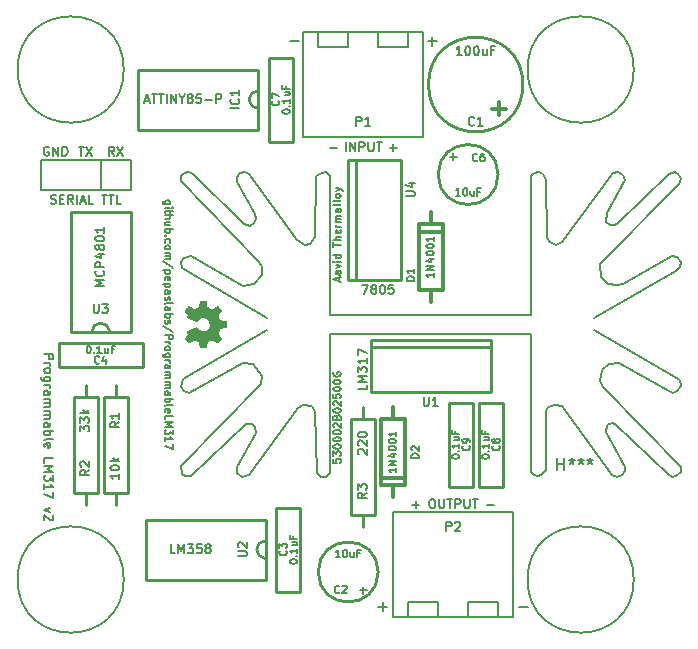
<source format=gto>
G04 (created by PCBNEW (2013-07-07 BZR 4022)-stable) date 3/25/2015 10:05:49 PM*
%MOIN*%
G04 Gerber Fmt 3.4, Leading zero omitted, Abs format*
%FSLAX34Y34*%
G01*
G70*
G90*
G04 APERTURE LIST*
%ADD10C,0.00590551*%
%ADD11C,0.005*%
%ADD12C,0.006*%
%ADD13C,0.008*%
%ADD14C,0.01*%
%ADD15C,0.0001*%
%ADD16C,0.012*%
G04 APERTURE END LIST*
G54D10*
G54D11*
X52565Y-54232D02*
X52363Y-54232D01*
X52339Y-54220D01*
X52327Y-54208D01*
X52315Y-54184D01*
X52315Y-54148D01*
X52327Y-54124D01*
X52410Y-54232D02*
X52398Y-54208D01*
X52398Y-54160D01*
X52410Y-54136D01*
X52422Y-54124D01*
X52446Y-54113D01*
X52517Y-54113D01*
X52541Y-54124D01*
X52553Y-54136D01*
X52565Y-54160D01*
X52565Y-54208D01*
X52553Y-54232D01*
X52398Y-54351D02*
X52565Y-54351D01*
X52648Y-54351D02*
X52636Y-54339D01*
X52625Y-54351D01*
X52636Y-54363D01*
X52648Y-54351D01*
X52625Y-54351D01*
X52565Y-54434D02*
X52565Y-54529D01*
X52648Y-54470D02*
X52434Y-54470D01*
X52410Y-54482D01*
X52398Y-54505D01*
X52398Y-54529D01*
X52398Y-54613D02*
X52648Y-54613D01*
X52398Y-54720D02*
X52529Y-54720D01*
X52553Y-54708D01*
X52565Y-54684D01*
X52565Y-54648D01*
X52553Y-54624D01*
X52541Y-54613D01*
X52565Y-54946D02*
X52398Y-54946D01*
X52565Y-54839D02*
X52434Y-54839D01*
X52410Y-54851D01*
X52398Y-54874D01*
X52398Y-54910D01*
X52410Y-54934D01*
X52422Y-54946D01*
X52398Y-55065D02*
X52648Y-55065D01*
X52553Y-55065D02*
X52565Y-55089D01*
X52565Y-55136D01*
X52553Y-55160D01*
X52541Y-55172D01*
X52517Y-55184D01*
X52446Y-55184D01*
X52422Y-55172D01*
X52410Y-55160D01*
X52398Y-55136D01*
X52398Y-55089D01*
X52410Y-55065D01*
X52422Y-55291D02*
X52410Y-55303D01*
X52398Y-55291D01*
X52410Y-55279D01*
X52422Y-55291D01*
X52398Y-55291D01*
X52410Y-55517D02*
X52398Y-55494D01*
X52398Y-55446D01*
X52410Y-55422D01*
X52422Y-55410D01*
X52446Y-55398D01*
X52517Y-55398D01*
X52541Y-55410D01*
X52553Y-55422D01*
X52565Y-55446D01*
X52565Y-55494D01*
X52553Y-55517D01*
X52398Y-55660D02*
X52410Y-55636D01*
X52422Y-55624D01*
X52446Y-55613D01*
X52517Y-55613D01*
X52541Y-55624D01*
X52553Y-55636D01*
X52565Y-55660D01*
X52565Y-55696D01*
X52553Y-55720D01*
X52541Y-55732D01*
X52517Y-55744D01*
X52446Y-55744D01*
X52422Y-55732D01*
X52410Y-55720D01*
X52398Y-55696D01*
X52398Y-55660D01*
X52398Y-55851D02*
X52565Y-55851D01*
X52541Y-55851D02*
X52553Y-55863D01*
X52565Y-55886D01*
X52565Y-55922D01*
X52553Y-55946D01*
X52529Y-55958D01*
X52398Y-55958D01*
X52529Y-55958D02*
X52553Y-55970D01*
X52565Y-55994D01*
X52565Y-56029D01*
X52553Y-56053D01*
X52529Y-56065D01*
X52398Y-56065D01*
X52660Y-56363D02*
X52339Y-56148D01*
X52565Y-56446D02*
X52315Y-56446D01*
X52553Y-56446D02*
X52565Y-56470D01*
X52565Y-56517D01*
X52553Y-56541D01*
X52541Y-56553D01*
X52517Y-56565D01*
X52446Y-56565D01*
X52422Y-56553D01*
X52410Y-56541D01*
X52398Y-56517D01*
X52398Y-56470D01*
X52410Y-56446D01*
X52410Y-56767D02*
X52398Y-56744D01*
X52398Y-56696D01*
X52410Y-56672D01*
X52434Y-56660D01*
X52529Y-56660D01*
X52553Y-56672D01*
X52565Y-56696D01*
X52565Y-56744D01*
X52553Y-56767D01*
X52529Y-56779D01*
X52505Y-56779D01*
X52482Y-56660D01*
X52565Y-56886D02*
X52315Y-56886D01*
X52553Y-56886D02*
X52565Y-56910D01*
X52565Y-56958D01*
X52553Y-56982D01*
X52541Y-56994D01*
X52517Y-57005D01*
X52446Y-57005D01*
X52422Y-56994D01*
X52410Y-56982D01*
X52398Y-56958D01*
X52398Y-56910D01*
X52410Y-56886D01*
X52398Y-57220D02*
X52529Y-57220D01*
X52553Y-57208D01*
X52565Y-57184D01*
X52565Y-57136D01*
X52553Y-57113D01*
X52410Y-57220D02*
X52398Y-57196D01*
X52398Y-57136D01*
X52410Y-57113D01*
X52434Y-57101D01*
X52458Y-57101D01*
X52482Y-57113D01*
X52494Y-57136D01*
X52494Y-57196D01*
X52505Y-57220D01*
X52410Y-57327D02*
X52398Y-57351D01*
X52398Y-57398D01*
X52410Y-57422D01*
X52434Y-57434D01*
X52446Y-57434D01*
X52470Y-57422D01*
X52482Y-57398D01*
X52482Y-57363D01*
X52494Y-57339D01*
X52517Y-57327D01*
X52529Y-57327D01*
X52553Y-57339D01*
X52565Y-57363D01*
X52565Y-57398D01*
X52553Y-57422D01*
X52398Y-57577D02*
X52410Y-57553D01*
X52434Y-57541D01*
X52648Y-57541D01*
X52398Y-57779D02*
X52529Y-57779D01*
X52553Y-57767D01*
X52565Y-57744D01*
X52565Y-57696D01*
X52553Y-57672D01*
X52410Y-57779D02*
X52398Y-57755D01*
X52398Y-57696D01*
X52410Y-57672D01*
X52434Y-57660D01*
X52458Y-57660D01*
X52482Y-57672D01*
X52494Y-57696D01*
X52494Y-57755D01*
X52505Y-57779D01*
X52398Y-57898D02*
X52648Y-57898D01*
X52553Y-57898D02*
X52565Y-57922D01*
X52565Y-57970D01*
X52553Y-57994D01*
X52541Y-58005D01*
X52517Y-58017D01*
X52446Y-58017D01*
X52422Y-58005D01*
X52410Y-57994D01*
X52398Y-57970D01*
X52398Y-57922D01*
X52410Y-57898D01*
X52410Y-58113D02*
X52398Y-58136D01*
X52398Y-58184D01*
X52410Y-58208D01*
X52434Y-58220D01*
X52446Y-58220D01*
X52470Y-58208D01*
X52482Y-58184D01*
X52482Y-58148D01*
X52494Y-58125D01*
X52517Y-58113D01*
X52529Y-58113D01*
X52553Y-58125D01*
X52565Y-58148D01*
X52565Y-58184D01*
X52553Y-58208D01*
X52660Y-58505D02*
X52339Y-58291D01*
X52398Y-58589D02*
X52648Y-58589D01*
X52648Y-58684D01*
X52636Y-58708D01*
X52625Y-58720D01*
X52601Y-58732D01*
X52565Y-58732D01*
X52541Y-58720D01*
X52529Y-58708D01*
X52517Y-58684D01*
X52517Y-58589D01*
X52398Y-58839D02*
X52565Y-58839D01*
X52517Y-58839D02*
X52541Y-58851D01*
X52553Y-58863D01*
X52565Y-58886D01*
X52565Y-58910D01*
X52398Y-59029D02*
X52410Y-59005D01*
X52422Y-58994D01*
X52446Y-58982D01*
X52517Y-58982D01*
X52541Y-58994D01*
X52553Y-59005D01*
X52565Y-59029D01*
X52565Y-59065D01*
X52553Y-59089D01*
X52541Y-59101D01*
X52517Y-59113D01*
X52446Y-59113D01*
X52422Y-59101D01*
X52410Y-59089D01*
X52398Y-59065D01*
X52398Y-59029D01*
X52565Y-59327D02*
X52363Y-59327D01*
X52339Y-59315D01*
X52327Y-59303D01*
X52315Y-59279D01*
X52315Y-59244D01*
X52327Y-59220D01*
X52410Y-59327D02*
X52398Y-59303D01*
X52398Y-59255D01*
X52410Y-59232D01*
X52422Y-59220D01*
X52446Y-59208D01*
X52517Y-59208D01*
X52541Y-59220D01*
X52553Y-59232D01*
X52565Y-59255D01*
X52565Y-59303D01*
X52553Y-59327D01*
X52398Y-59446D02*
X52565Y-59446D01*
X52517Y-59446D02*
X52541Y-59458D01*
X52553Y-59470D01*
X52565Y-59494D01*
X52565Y-59517D01*
X52398Y-59708D02*
X52529Y-59708D01*
X52553Y-59696D01*
X52565Y-59672D01*
X52565Y-59625D01*
X52553Y-59601D01*
X52410Y-59708D02*
X52398Y-59684D01*
X52398Y-59625D01*
X52410Y-59601D01*
X52434Y-59589D01*
X52458Y-59589D01*
X52482Y-59601D01*
X52494Y-59625D01*
X52494Y-59684D01*
X52505Y-59708D01*
X52398Y-59827D02*
X52565Y-59827D01*
X52541Y-59827D02*
X52553Y-59839D01*
X52565Y-59863D01*
X52565Y-59898D01*
X52553Y-59922D01*
X52529Y-59934D01*
X52398Y-59934D01*
X52529Y-59934D02*
X52553Y-59946D01*
X52565Y-59970D01*
X52565Y-60005D01*
X52553Y-60029D01*
X52529Y-60041D01*
X52398Y-60041D01*
X52398Y-60160D02*
X52565Y-60160D01*
X52541Y-60160D02*
X52553Y-60172D01*
X52565Y-60196D01*
X52565Y-60232D01*
X52553Y-60255D01*
X52529Y-60267D01*
X52398Y-60267D01*
X52529Y-60267D02*
X52553Y-60279D01*
X52565Y-60303D01*
X52565Y-60339D01*
X52553Y-60363D01*
X52529Y-60375D01*
X52398Y-60375D01*
X52398Y-60601D02*
X52529Y-60601D01*
X52553Y-60589D01*
X52565Y-60565D01*
X52565Y-60517D01*
X52553Y-60494D01*
X52410Y-60601D02*
X52398Y-60577D01*
X52398Y-60517D01*
X52410Y-60494D01*
X52434Y-60482D01*
X52458Y-60482D01*
X52482Y-60494D01*
X52494Y-60517D01*
X52494Y-60577D01*
X52505Y-60601D01*
X52398Y-60720D02*
X52648Y-60720D01*
X52553Y-60720D02*
X52565Y-60744D01*
X52565Y-60791D01*
X52553Y-60815D01*
X52541Y-60827D01*
X52517Y-60839D01*
X52446Y-60839D01*
X52422Y-60827D01*
X52410Y-60815D01*
X52398Y-60791D01*
X52398Y-60744D01*
X52410Y-60720D01*
X52398Y-60982D02*
X52410Y-60958D01*
X52434Y-60946D01*
X52648Y-60946D01*
X52410Y-61172D02*
X52398Y-61148D01*
X52398Y-61101D01*
X52410Y-61077D01*
X52434Y-61065D01*
X52529Y-61065D01*
X52553Y-61077D01*
X52565Y-61101D01*
X52565Y-61148D01*
X52553Y-61172D01*
X52529Y-61184D01*
X52505Y-61184D01*
X52482Y-61065D01*
X52398Y-61410D02*
X52398Y-61291D01*
X52648Y-61291D01*
X52398Y-61494D02*
X52648Y-61494D01*
X52470Y-61577D01*
X52648Y-61660D01*
X52398Y-61660D01*
X52648Y-61755D02*
X52648Y-61910D01*
X52553Y-61827D01*
X52553Y-61863D01*
X52541Y-61886D01*
X52529Y-61898D01*
X52505Y-61910D01*
X52446Y-61910D01*
X52422Y-61898D01*
X52410Y-61886D01*
X52398Y-61863D01*
X52398Y-61791D01*
X52410Y-61767D01*
X52422Y-61755D01*
X52398Y-62148D02*
X52398Y-62005D01*
X52398Y-62077D02*
X52648Y-62077D01*
X52613Y-62053D01*
X52589Y-62029D01*
X52577Y-62005D01*
X52648Y-62232D02*
X52648Y-62398D01*
X52398Y-62291D01*
G54D12*
X48378Y-59242D02*
X48678Y-59242D01*
X48678Y-59357D01*
X48664Y-59385D01*
X48650Y-59400D01*
X48621Y-59414D01*
X48578Y-59414D01*
X48550Y-59400D01*
X48535Y-59385D01*
X48521Y-59357D01*
X48521Y-59242D01*
X48378Y-59542D02*
X48578Y-59542D01*
X48521Y-59542D02*
X48550Y-59557D01*
X48564Y-59571D01*
X48578Y-59600D01*
X48578Y-59628D01*
X48378Y-59771D02*
X48392Y-59742D01*
X48407Y-59728D01*
X48435Y-59714D01*
X48521Y-59714D01*
X48550Y-59728D01*
X48564Y-59742D01*
X48578Y-59771D01*
X48578Y-59814D01*
X48564Y-59842D01*
X48550Y-59857D01*
X48521Y-59871D01*
X48435Y-59871D01*
X48407Y-59857D01*
X48392Y-59842D01*
X48378Y-59814D01*
X48378Y-59771D01*
X48578Y-60128D02*
X48335Y-60128D01*
X48307Y-60114D01*
X48292Y-60100D01*
X48278Y-60071D01*
X48278Y-60028D01*
X48292Y-60000D01*
X48392Y-60128D02*
X48378Y-60100D01*
X48378Y-60042D01*
X48392Y-60014D01*
X48407Y-60000D01*
X48435Y-59985D01*
X48521Y-59985D01*
X48550Y-60000D01*
X48564Y-60014D01*
X48578Y-60042D01*
X48578Y-60100D01*
X48564Y-60128D01*
X48378Y-60271D02*
X48578Y-60271D01*
X48521Y-60271D02*
X48550Y-60285D01*
X48564Y-60300D01*
X48578Y-60328D01*
X48578Y-60357D01*
X48378Y-60585D02*
X48535Y-60585D01*
X48564Y-60571D01*
X48578Y-60542D01*
X48578Y-60485D01*
X48564Y-60457D01*
X48392Y-60585D02*
X48378Y-60557D01*
X48378Y-60485D01*
X48392Y-60457D01*
X48421Y-60442D01*
X48450Y-60442D01*
X48478Y-60457D01*
X48492Y-60485D01*
X48492Y-60557D01*
X48507Y-60585D01*
X48378Y-60728D02*
X48578Y-60728D01*
X48550Y-60728D02*
X48564Y-60742D01*
X48578Y-60771D01*
X48578Y-60814D01*
X48564Y-60842D01*
X48535Y-60857D01*
X48378Y-60857D01*
X48535Y-60857D02*
X48564Y-60871D01*
X48578Y-60900D01*
X48578Y-60942D01*
X48564Y-60971D01*
X48535Y-60985D01*
X48378Y-60985D01*
X48378Y-61128D02*
X48578Y-61128D01*
X48550Y-61128D02*
X48564Y-61142D01*
X48578Y-61171D01*
X48578Y-61214D01*
X48564Y-61242D01*
X48535Y-61257D01*
X48378Y-61257D01*
X48535Y-61257D02*
X48564Y-61271D01*
X48578Y-61300D01*
X48578Y-61342D01*
X48564Y-61371D01*
X48535Y-61385D01*
X48378Y-61385D01*
X48378Y-61657D02*
X48535Y-61657D01*
X48564Y-61642D01*
X48578Y-61614D01*
X48578Y-61557D01*
X48564Y-61528D01*
X48392Y-61657D02*
X48378Y-61628D01*
X48378Y-61557D01*
X48392Y-61528D01*
X48421Y-61514D01*
X48450Y-61514D01*
X48478Y-61528D01*
X48492Y-61557D01*
X48492Y-61628D01*
X48507Y-61657D01*
X48378Y-61800D02*
X48678Y-61800D01*
X48564Y-61800D02*
X48578Y-61828D01*
X48578Y-61885D01*
X48564Y-61914D01*
X48550Y-61928D01*
X48521Y-61942D01*
X48435Y-61942D01*
X48407Y-61928D01*
X48392Y-61914D01*
X48378Y-61885D01*
X48378Y-61828D01*
X48392Y-61800D01*
X48378Y-62114D02*
X48392Y-62085D01*
X48421Y-62071D01*
X48678Y-62071D01*
X48392Y-62342D02*
X48378Y-62314D01*
X48378Y-62257D01*
X48392Y-62228D01*
X48421Y-62214D01*
X48535Y-62214D01*
X48564Y-62228D01*
X48578Y-62257D01*
X48578Y-62314D01*
X48564Y-62342D01*
X48535Y-62357D01*
X48507Y-62357D01*
X48478Y-62214D01*
X48378Y-62857D02*
X48378Y-62714D01*
X48678Y-62714D01*
X48378Y-62957D02*
X48678Y-62957D01*
X48464Y-63057D01*
X48678Y-63157D01*
X48378Y-63157D01*
X48678Y-63271D02*
X48678Y-63457D01*
X48564Y-63357D01*
X48564Y-63400D01*
X48550Y-63428D01*
X48535Y-63442D01*
X48507Y-63457D01*
X48435Y-63457D01*
X48407Y-63442D01*
X48392Y-63428D01*
X48378Y-63400D01*
X48378Y-63314D01*
X48392Y-63285D01*
X48407Y-63271D01*
X48378Y-63742D02*
X48378Y-63571D01*
X48378Y-63657D02*
X48678Y-63657D01*
X48635Y-63628D01*
X48607Y-63600D01*
X48592Y-63571D01*
X48678Y-63842D02*
X48678Y-64042D01*
X48378Y-63914D01*
X48578Y-64357D02*
X48378Y-64428D01*
X48578Y-64500D01*
X48650Y-64600D02*
X48664Y-64614D01*
X48678Y-64642D01*
X48678Y-64714D01*
X48664Y-64742D01*
X48650Y-64757D01*
X48621Y-64771D01*
X48592Y-64771D01*
X48550Y-64757D01*
X48378Y-64585D01*
X48378Y-64771D01*
X48521Y-52335D02*
X48492Y-52321D01*
X48450Y-52321D01*
X48407Y-52335D01*
X48378Y-52364D01*
X48364Y-52392D01*
X48350Y-52450D01*
X48350Y-52492D01*
X48364Y-52550D01*
X48378Y-52578D01*
X48407Y-52607D01*
X48450Y-52621D01*
X48478Y-52621D01*
X48521Y-52607D01*
X48535Y-52592D01*
X48535Y-52492D01*
X48478Y-52492D01*
X48664Y-52621D02*
X48664Y-52321D01*
X48835Y-52621D01*
X48835Y-52321D01*
X48978Y-52621D02*
X48978Y-52321D01*
X49050Y-52321D01*
X49092Y-52335D01*
X49121Y-52364D01*
X49135Y-52392D01*
X49150Y-52450D01*
X49150Y-52492D01*
X49135Y-52550D01*
X49121Y-52578D01*
X49092Y-52607D01*
X49050Y-52621D01*
X48978Y-52621D01*
X50700Y-52621D02*
X50600Y-52478D01*
X50528Y-52621D02*
X50528Y-52321D01*
X50642Y-52321D01*
X50671Y-52335D01*
X50685Y-52350D01*
X50700Y-52378D01*
X50700Y-52421D01*
X50685Y-52450D01*
X50671Y-52464D01*
X50642Y-52478D01*
X50528Y-52478D01*
X50800Y-52321D02*
X51000Y-52621D01*
X51000Y-52321D02*
X50800Y-52621D01*
X49521Y-52321D02*
X49692Y-52321D01*
X49607Y-52621D02*
X49607Y-52321D01*
X49764Y-52321D02*
X49964Y-52621D01*
X49964Y-52321D02*
X49764Y-52621D01*
X48592Y-54207D02*
X48635Y-54221D01*
X48707Y-54221D01*
X48735Y-54207D01*
X48750Y-54192D01*
X48764Y-54164D01*
X48764Y-54135D01*
X48750Y-54107D01*
X48735Y-54092D01*
X48707Y-54078D01*
X48650Y-54064D01*
X48621Y-54050D01*
X48607Y-54035D01*
X48592Y-54007D01*
X48592Y-53978D01*
X48607Y-53950D01*
X48621Y-53935D01*
X48650Y-53921D01*
X48721Y-53921D01*
X48764Y-53935D01*
X48892Y-54064D02*
X48992Y-54064D01*
X49035Y-54221D02*
X48892Y-54221D01*
X48892Y-53921D01*
X49035Y-53921D01*
X49335Y-54221D02*
X49235Y-54078D01*
X49164Y-54221D02*
X49164Y-53921D01*
X49278Y-53921D01*
X49307Y-53935D01*
X49321Y-53950D01*
X49335Y-53978D01*
X49335Y-54021D01*
X49321Y-54050D01*
X49307Y-54064D01*
X49278Y-54078D01*
X49164Y-54078D01*
X49464Y-54221D02*
X49464Y-53921D01*
X49592Y-54135D02*
X49735Y-54135D01*
X49564Y-54221D02*
X49664Y-53921D01*
X49764Y-54221D01*
X50007Y-54221D02*
X49864Y-54221D01*
X49864Y-53921D01*
X50292Y-53921D02*
X50464Y-53921D01*
X50378Y-54221D02*
X50378Y-53921D01*
X50521Y-53921D02*
X50692Y-53921D01*
X50607Y-54221D02*
X50607Y-53921D01*
X50935Y-54221D02*
X50792Y-54221D01*
X50792Y-53921D01*
G54D13*
X56547Y-48809D02*
X56852Y-48809D01*
X61147Y-48809D02*
X61452Y-48809D01*
X61300Y-48961D02*
X61300Y-48657D01*
G54D12*
X59885Y-52357D02*
X60114Y-52357D01*
X60000Y-52471D02*
X60000Y-52242D01*
X57885Y-52357D02*
X58114Y-52357D01*
X58421Y-52471D02*
X58421Y-52171D01*
X58564Y-52471D02*
X58564Y-52171D01*
X58735Y-52471D01*
X58735Y-52171D01*
X58878Y-52471D02*
X58878Y-52171D01*
X58992Y-52171D01*
X59021Y-52185D01*
X59035Y-52200D01*
X59050Y-52228D01*
X59050Y-52271D01*
X59035Y-52300D01*
X59021Y-52314D01*
X58992Y-52328D01*
X58878Y-52328D01*
X59178Y-52171D02*
X59178Y-52414D01*
X59192Y-52442D01*
X59207Y-52457D01*
X59235Y-52471D01*
X59292Y-52471D01*
X59321Y-52457D01*
X59335Y-52442D01*
X59350Y-52414D01*
X59350Y-52171D01*
X59450Y-52171D02*
X59621Y-52171D01*
X59535Y-52471D02*
X59535Y-52171D01*
X63135Y-64257D02*
X63364Y-64257D01*
X61278Y-64071D02*
X61335Y-64071D01*
X61364Y-64085D01*
X61392Y-64114D01*
X61407Y-64171D01*
X61407Y-64271D01*
X61392Y-64328D01*
X61364Y-64357D01*
X61335Y-64371D01*
X61278Y-64371D01*
X61250Y-64357D01*
X61221Y-64328D01*
X61207Y-64271D01*
X61207Y-64171D01*
X61221Y-64114D01*
X61250Y-64085D01*
X61278Y-64071D01*
X61535Y-64071D02*
X61535Y-64314D01*
X61550Y-64342D01*
X61564Y-64357D01*
X61592Y-64371D01*
X61650Y-64371D01*
X61678Y-64357D01*
X61692Y-64342D01*
X61707Y-64314D01*
X61707Y-64071D01*
X61807Y-64071D02*
X61978Y-64071D01*
X61892Y-64371D02*
X61892Y-64071D01*
X62078Y-64371D02*
X62078Y-64071D01*
X62192Y-64071D01*
X62221Y-64085D01*
X62235Y-64100D01*
X62250Y-64128D01*
X62250Y-64171D01*
X62235Y-64200D01*
X62221Y-64214D01*
X62192Y-64228D01*
X62078Y-64228D01*
X62378Y-64071D02*
X62378Y-64314D01*
X62392Y-64342D01*
X62407Y-64357D01*
X62435Y-64371D01*
X62492Y-64371D01*
X62521Y-64357D01*
X62535Y-64342D01*
X62550Y-64314D01*
X62550Y-64071D01*
X62650Y-64071D02*
X62821Y-64071D01*
X62735Y-64371D02*
X62735Y-64071D01*
X60635Y-64257D02*
X60864Y-64257D01*
X60750Y-64371D02*
X60750Y-64142D01*
G54D13*
X64197Y-67659D02*
X64502Y-67659D01*
X59497Y-67659D02*
X59802Y-67659D01*
X59650Y-67811D02*
X59650Y-67507D01*
G54D14*
X58750Y-56750D02*
X58500Y-56750D01*
X58500Y-56750D02*
X58500Y-52750D01*
X58500Y-52750D02*
X58750Y-52750D01*
X60250Y-56750D02*
X58750Y-56750D01*
X58750Y-56750D02*
X58750Y-52750D01*
X58750Y-52750D02*
X60250Y-52750D01*
X60250Y-52750D02*
X60250Y-56750D01*
X63500Y-53250D02*
G75*
G03X63500Y-53250I-1000J0D01*
G74*
G01*
X59250Y-59000D02*
X59250Y-58750D01*
X59250Y-58750D02*
X63250Y-58750D01*
X63250Y-58750D02*
X63250Y-59000D01*
X59250Y-60500D02*
X59250Y-59000D01*
X59250Y-59000D02*
X63250Y-59000D01*
X63250Y-59000D02*
X63250Y-60500D01*
X63250Y-60500D02*
X59250Y-60500D01*
X50750Y-60250D02*
X50750Y-60650D01*
X50750Y-60650D02*
X51150Y-60650D01*
X51150Y-60650D02*
X51150Y-63850D01*
X51150Y-63850D02*
X50350Y-63850D01*
X50350Y-63850D02*
X50350Y-60650D01*
X50350Y-60650D02*
X50750Y-60650D01*
X50750Y-64250D02*
X50750Y-63850D01*
X49750Y-64250D02*
X49750Y-63850D01*
X49750Y-63850D02*
X49350Y-63850D01*
X49350Y-63850D02*
X49350Y-60650D01*
X49350Y-60650D02*
X50150Y-60650D01*
X50150Y-60650D02*
X50150Y-63850D01*
X50150Y-63850D02*
X49750Y-63850D01*
X49750Y-60250D02*
X49750Y-60650D01*
G54D12*
X51250Y-52750D02*
X51250Y-53750D01*
X51250Y-53750D02*
X48250Y-53750D01*
X48250Y-53750D02*
X48250Y-52750D01*
X48250Y-52750D02*
X51250Y-52750D01*
X50250Y-53750D02*
X50250Y-52750D01*
G54D14*
X64324Y-50250D02*
G75*
G03X64324Y-50250I-1574J0D01*
G74*
G01*
X56100Y-67150D02*
X56100Y-64350D01*
X56100Y-64350D02*
X56900Y-64350D01*
X56900Y-64350D02*
X56900Y-67150D01*
X56900Y-67150D02*
X56100Y-67150D01*
X55850Y-52150D02*
X55850Y-49350D01*
X55850Y-49350D02*
X56650Y-49350D01*
X56650Y-49350D02*
X56650Y-52150D01*
X56650Y-52150D02*
X55850Y-52150D01*
X51650Y-59650D02*
X48850Y-59650D01*
X48850Y-59650D02*
X48850Y-58850D01*
X48850Y-58850D02*
X51650Y-58850D01*
X51650Y-58850D02*
X51650Y-59650D01*
X55450Y-65750D02*
G75*
G03X55750Y-66050I300J0D01*
G74*
G01*
X55750Y-65450D02*
G75*
G03X55450Y-65750I0J-300D01*
G74*
G01*
X55750Y-66750D02*
X51750Y-66750D01*
X51750Y-66750D02*
X51750Y-64750D01*
X51750Y-64750D02*
X55750Y-64750D01*
X55750Y-64750D02*
X55750Y-66750D01*
X50250Y-58200D02*
G75*
G03X49950Y-58500I0J-300D01*
G74*
G01*
X50550Y-58500D02*
G75*
G03X50250Y-58200I-300J0D01*
G74*
G01*
X49250Y-58500D02*
X49250Y-54500D01*
X49250Y-54500D02*
X51250Y-54500D01*
X51250Y-54500D02*
X51250Y-58500D01*
X51250Y-58500D02*
X49250Y-58500D01*
X55200Y-50750D02*
G75*
G03X55500Y-51050I300J0D01*
G74*
G01*
X55500Y-50450D02*
G75*
G03X55200Y-50750I0J-300D01*
G74*
G01*
X55500Y-51750D02*
X51500Y-51750D01*
X51500Y-51750D02*
X51500Y-49750D01*
X51500Y-49750D02*
X55500Y-49750D01*
X55500Y-49750D02*
X55500Y-51750D01*
G54D10*
X57750Y-53180D02*
X57900Y-53300D01*
X57900Y-57940D02*
X57900Y-53300D01*
X57760Y-63320D02*
X57900Y-63200D01*
X57900Y-58560D02*
X57900Y-63200D01*
X64680Y-53210D02*
X64600Y-53300D01*
X64600Y-57940D02*
X64600Y-53300D01*
X64600Y-63150D02*
X64700Y-63280D01*
X64600Y-58560D02*
X64600Y-63150D01*
X66690Y-58421D02*
X69550Y-60111D01*
X69550Y-60111D02*
X69590Y-60291D01*
X69590Y-60291D02*
X69470Y-60471D01*
X69470Y-60471D02*
X69320Y-60521D01*
X69320Y-60521D02*
X69180Y-60481D01*
X69180Y-60481D02*
X67530Y-59531D01*
X67530Y-59531D02*
X67200Y-59551D01*
X67200Y-59551D02*
X66960Y-59771D01*
X66960Y-59771D02*
X66890Y-60141D01*
X66890Y-60141D02*
X66990Y-60341D01*
X66990Y-60341D02*
X69600Y-63011D01*
X69600Y-63011D02*
X69580Y-63181D01*
X69580Y-63181D02*
X69420Y-63311D01*
X69420Y-63311D02*
X69280Y-63321D01*
X69280Y-63321D02*
X69160Y-63241D01*
X69160Y-63241D02*
X67410Y-61551D01*
X67410Y-61551D02*
X67290Y-61541D01*
X67290Y-61541D02*
X67140Y-61601D01*
X67140Y-61601D02*
X67080Y-61821D01*
X67080Y-61821D02*
X67730Y-63011D01*
X67730Y-63011D02*
X67730Y-63141D01*
X67730Y-63141D02*
X67620Y-63281D01*
X67620Y-63281D02*
X67460Y-63321D01*
X67460Y-63321D02*
X67310Y-63281D01*
X67310Y-63281D02*
X65630Y-60981D01*
X65630Y-60981D02*
X65380Y-60931D01*
X65380Y-60931D02*
X65170Y-61011D01*
X65170Y-61011D02*
X65100Y-61141D01*
X65100Y-61141D02*
X65100Y-63101D01*
X65100Y-63101D02*
X64940Y-63281D01*
X64940Y-63281D02*
X64820Y-63311D01*
X64820Y-63311D02*
X64700Y-63281D01*
X64680Y-53210D02*
X64850Y-53171D01*
X64850Y-53171D02*
X64990Y-53231D01*
X64990Y-53231D02*
X65090Y-53431D01*
X65090Y-53431D02*
X65120Y-55361D01*
X65120Y-55361D02*
X65240Y-55511D01*
X65240Y-55511D02*
X65440Y-55591D01*
X65440Y-55591D02*
X65640Y-55491D01*
X65640Y-55491D02*
X67330Y-53201D01*
X67330Y-53201D02*
X67500Y-53171D01*
X67500Y-53171D02*
X67670Y-53251D01*
X67670Y-53251D02*
X67740Y-53431D01*
X67740Y-53431D02*
X67130Y-54541D01*
X67130Y-54541D02*
X67100Y-54821D01*
X67100Y-54821D02*
X67230Y-54941D01*
X67230Y-54941D02*
X67380Y-54941D01*
X67380Y-54941D02*
X67480Y-54871D01*
X67480Y-54871D02*
X69200Y-53221D01*
X69200Y-53221D02*
X69380Y-53171D01*
X69380Y-53171D02*
X69520Y-53251D01*
X69520Y-53251D02*
X69600Y-53411D01*
X69600Y-53411D02*
X69530Y-53561D01*
X69530Y-53561D02*
X66910Y-56231D01*
X66910Y-56231D02*
X66940Y-56681D01*
X66940Y-56681D02*
X67170Y-56901D01*
X67170Y-56901D02*
X67470Y-56941D01*
X67470Y-56941D02*
X67670Y-56891D01*
X67670Y-56891D02*
X69300Y-55961D01*
X69300Y-55961D02*
X69460Y-56011D01*
X69460Y-56011D02*
X69580Y-56151D01*
X69580Y-56151D02*
X69570Y-56321D01*
X69570Y-56321D02*
X69430Y-56471D01*
X69430Y-56471D02*
X66690Y-58031D01*
X55810Y-58021D02*
X52960Y-56361D01*
X52960Y-56361D02*
X52930Y-56161D01*
X52930Y-56161D02*
X53020Y-56031D01*
X53020Y-56031D02*
X53250Y-55981D01*
X53250Y-55981D02*
X54980Y-56971D01*
X54980Y-56971D02*
X55350Y-56911D01*
X55350Y-56911D02*
X55630Y-56591D01*
X55630Y-56591D02*
X55630Y-56331D01*
X55630Y-56331D02*
X55540Y-56151D01*
X55540Y-56151D02*
X52920Y-53481D01*
X52920Y-53481D02*
X52940Y-53291D01*
X52940Y-53291D02*
X53040Y-53191D01*
X53040Y-53191D02*
X53210Y-53161D01*
X53210Y-53161D02*
X53320Y-53231D01*
X53320Y-53231D02*
X55040Y-54901D01*
X55040Y-54901D02*
X55220Y-54951D01*
X55220Y-54951D02*
X55370Y-54881D01*
X55370Y-54881D02*
X55430Y-54721D01*
X55430Y-54721D02*
X55390Y-54551D01*
X55390Y-54551D02*
X54800Y-53501D01*
X54800Y-53501D02*
X54800Y-53341D01*
X54800Y-53341D02*
X54890Y-53211D01*
X54890Y-53211D02*
X55070Y-53161D01*
X55070Y-53161D02*
X55210Y-53231D01*
X55210Y-53231D02*
X56810Y-55431D01*
X56810Y-55431D02*
X57070Y-55601D01*
X57070Y-55601D02*
X57230Y-55551D01*
X57230Y-55551D02*
X57410Y-55341D01*
X57410Y-55341D02*
X57440Y-53311D01*
X57440Y-53311D02*
X57620Y-53191D01*
X57620Y-53191D02*
X57750Y-53181D01*
X57610Y-63321D02*
X57450Y-63191D01*
X57450Y-63191D02*
X57410Y-61161D01*
X57410Y-61161D02*
X57280Y-60961D01*
X57280Y-60961D02*
X56990Y-60931D01*
X56990Y-60931D02*
X56830Y-61041D01*
X56830Y-61041D02*
X55200Y-63271D01*
X55200Y-63271D02*
X54950Y-63321D01*
X54950Y-63321D02*
X54810Y-63211D01*
X54810Y-63211D02*
X54790Y-62991D01*
X54790Y-62991D02*
X55430Y-61861D01*
X55430Y-61861D02*
X55410Y-61651D01*
X55410Y-61651D02*
X55280Y-61551D01*
X55280Y-61551D02*
X55090Y-61561D01*
X55090Y-61561D02*
X53270Y-63311D01*
X53270Y-63311D02*
X53060Y-63311D01*
X53060Y-63311D02*
X52960Y-63221D01*
X52960Y-63221D02*
X52940Y-62971D01*
X52940Y-62971D02*
X55600Y-60221D01*
X55600Y-60221D02*
X55630Y-59951D01*
X55630Y-59951D02*
X55340Y-59571D01*
X55340Y-59571D02*
X55010Y-59521D01*
X55010Y-59521D02*
X53210Y-60521D01*
X53210Y-60521D02*
X53040Y-60481D01*
X53040Y-60481D02*
X52940Y-60341D01*
X52940Y-60341D02*
X53010Y-60061D01*
X53010Y-60061D02*
X55800Y-58441D01*
X57760Y-63321D02*
X57610Y-63321D01*
X64600Y-57940D02*
X57900Y-57940D01*
X64600Y-58560D02*
X57900Y-58560D01*
X62500Y-68000D02*
X62500Y-67500D01*
X62500Y-67500D02*
X63500Y-67500D01*
X63500Y-67500D02*
X63500Y-68000D01*
X60500Y-68000D02*
X60500Y-67500D01*
X60500Y-67500D02*
X61500Y-67500D01*
X61500Y-67500D02*
X61500Y-68000D01*
X60000Y-64500D02*
X60000Y-68000D01*
X60000Y-68000D02*
X64000Y-68000D01*
X64000Y-68000D02*
X64000Y-64500D01*
X64000Y-64500D02*
X60000Y-64500D01*
X58500Y-48500D02*
X58500Y-49000D01*
X58500Y-49000D02*
X57500Y-49000D01*
X57500Y-49000D02*
X57500Y-48500D01*
X60500Y-48500D02*
X60500Y-49000D01*
X60500Y-49000D02*
X59500Y-49000D01*
X59500Y-49000D02*
X59500Y-48500D01*
X61000Y-52000D02*
X61000Y-48500D01*
X61000Y-48500D02*
X57000Y-48500D01*
X57000Y-48500D02*
X57000Y-52000D01*
X57000Y-52000D02*
X61000Y-52000D01*
X51021Y-49750D02*
G75*
G03X51021Y-49750I-1771J0D01*
G74*
G01*
X51021Y-66750D02*
G75*
G03X51021Y-66750I-1771J0D01*
G74*
G01*
X68021Y-49750D02*
G75*
G03X68021Y-49750I-1771J0D01*
G74*
G01*
X68021Y-66750D02*
G75*
G03X68021Y-66750I-1771J0D01*
G74*
G01*
G54D14*
X63650Y-60850D02*
X63650Y-63650D01*
X63650Y-63650D02*
X62850Y-63650D01*
X62850Y-63650D02*
X62850Y-60850D01*
X62850Y-60850D02*
X63650Y-60850D01*
X62650Y-60850D02*
X62650Y-63650D01*
X62650Y-63650D02*
X61850Y-63650D01*
X61850Y-63650D02*
X61850Y-60850D01*
X61850Y-60850D02*
X62650Y-60850D01*
X59500Y-66500D02*
G75*
G03X59500Y-66500I-1000J0D01*
G74*
G01*
X59000Y-65000D02*
X59000Y-64600D01*
X59000Y-64600D02*
X58600Y-64600D01*
X58600Y-64600D02*
X58600Y-61400D01*
X58600Y-61400D02*
X59400Y-61400D01*
X59400Y-61400D02*
X59400Y-64600D01*
X59400Y-64600D02*
X59000Y-64600D01*
X59000Y-61000D02*
X59000Y-61400D01*
G54D15*
G36*
X53043Y-57773D02*
X53047Y-57781D01*
X53059Y-57800D01*
X53076Y-57826D01*
X53097Y-57857D01*
X53118Y-57888D01*
X53135Y-57914D01*
X53147Y-57932D01*
X53151Y-57939D01*
X53150Y-57943D01*
X53142Y-57958D01*
X53131Y-57980D01*
X53125Y-57992D01*
X53116Y-58012D01*
X53114Y-58022D01*
X53117Y-58023D01*
X53132Y-58031D01*
X53158Y-58042D01*
X53192Y-58057D01*
X53232Y-58074D01*
X53275Y-58092D01*
X53319Y-58110D01*
X53361Y-58128D01*
X53399Y-58143D01*
X53429Y-58156D01*
X53451Y-58164D01*
X53460Y-58167D01*
X53462Y-58166D01*
X53471Y-58156D01*
X53484Y-58139D01*
X53515Y-58101D01*
X53561Y-58065D01*
X53613Y-58042D01*
X53671Y-58035D01*
X53724Y-58041D01*
X53775Y-58062D01*
X53822Y-58098D01*
X53856Y-58142D01*
X53878Y-58193D01*
X53885Y-58250D01*
X53879Y-58305D01*
X53858Y-58357D01*
X53823Y-58404D01*
X53800Y-58423D01*
X53753Y-58450D01*
X53703Y-58466D01*
X53691Y-58467D01*
X53635Y-58465D01*
X53582Y-58449D01*
X53535Y-58420D01*
X53496Y-58379D01*
X53492Y-58374D01*
X53478Y-58355D01*
X53469Y-58343D01*
X53461Y-58333D01*
X53291Y-58403D01*
X53264Y-58414D01*
X53218Y-58434D01*
X53178Y-58451D01*
X53146Y-58464D01*
X53125Y-58474D01*
X53116Y-58478D01*
X53116Y-58478D01*
X53115Y-58484D01*
X53120Y-58497D01*
X53131Y-58521D01*
X53139Y-58537D01*
X53148Y-58555D01*
X53151Y-58563D01*
X53147Y-58570D01*
X53136Y-58587D01*
X53119Y-58612D01*
X53099Y-58642D01*
X53079Y-58671D01*
X53061Y-58698D01*
X53049Y-58717D01*
X53044Y-58727D01*
X53044Y-58728D01*
X53049Y-58736D01*
X53061Y-58752D01*
X53083Y-58775D01*
X53115Y-58807D01*
X53120Y-58812D01*
X53148Y-58839D01*
X53171Y-58861D01*
X53187Y-58876D01*
X53194Y-58881D01*
X53194Y-58881D01*
X53204Y-58876D01*
X53223Y-58864D01*
X53250Y-58846D01*
X53281Y-58825D01*
X53363Y-58769D01*
X53440Y-58800D01*
X53463Y-58809D01*
X53492Y-58821D01*
X53512Y-58830D01*
X53521Y-58835D01*
X53524Y-58843D01*
X53529Y-58864D01*
X53536Y-58895D01*
X53542Y-58931D01*
X53549Y-58966D01*
X53555Y-58997D01*
X53559Y-59020D01*
X53561Y-59030D01*
X53563Y-59032D01*
X53568Y-59034D01*
X53578Y-59036D01*
X53597Y-59036D01*
X53627Y-59037D01*
X53671Y-59037D01*
X53675Y-59037D01*
X53717Y-59036D01*
X53750Y-59036D01*
X53771Y-59035D01*
X53779Y-59033D01*
X53779Y-59033D01*
X53782Y-59023D01*
X53786Y-59001D01*
X53793Y-58970D01*
X53800Y-58932D01*
X53800Y-58930D01*
X53807Y-58893D01*
X53814Y-58862D01*
X53819Y-58840D01*
X53822Y-58831D01*
X53824Y-58829D01*
X53839Y-58821D01*
X53862Y-58810D01*
X53890Y-58798D01*
X53919Y-58786D01*
X53946Y-58775D01*
X53965Y-58768D01*
X53974Y-58766D01*
X53974Y-58766D01*
X53983Y-58772D01*
X54003Y-58785D01*
X54029Y-58803D01*
X54061Y-58825D01*
X54064Y-58826D01*
X54095Y-58848D01*
X54122Y-58865D01*
X54141Y-58877D01*
X54149Y-58881D01*
X54150Y-58881D01*
X54159Y-58874D01*
X54177Y-58858D01*
X54201Y-58835D01*
X54229Y-58807D01*
X54237Y-58798D01*
X54267Y-58768D01*
X54287Y-58747D01*
X54297Y-58733D01*
X54300Y-58727D01*
X54299Y-58727D01*
X54294Y-58717D01*
X54281Y-58697D01*
X54262Y-58670D01*
X54241Y-58638D01*
X54239Y-58636D01*
X54218Y-58605D01*
X54200Y-58579D01*
X54188Y-58560D01*
X54183Y-58552D01*
X54183Y-58550D01*
X54187Y-58538D01*
X54194Y-58515D01*
X54205Y-58488D01*
X54217Y-58459D01*
X54228Y-58432D01*
X54237Y-58412D01*
X54242Y-58403D01*
X54243Y-58403D01*
X54254Y-58399D01*
X54278Y-58394D01*
X54310Y-58387D01*
X54349Y-58380D01*
X54355Y-58379D01*
X54392Y-58372D01*
X54423Y-58366D01*
X54445Y-58361D01*
X54454Y-58359D01*
X54455Y-58354D01*
X54456Y-58335D01*
X54457Y-58307D01*
X54457Y-58273D01*
X54457Y-58238D01*
X54456Y-58204D01*
X54455Y-58174D01*
X54454Y-58153D01*
X54452Y-58144D01*
X54451Y-58143D01*
X54440Y-58140D01*
X54416Y-58135D01*
X54384Y-58128D01*
X54345Y-58121D01*
X54338Y-58120D01*
X54301Y-58113D01*
X54270Y-58106D01*
X54249Y-58102D01*
X54241Y-58099D01*
X54239Y-58096D01*
X54232Y-58081D01*
X54222Y-58056D01*
X54209Y-58024D01*
X54180Y-57952D01*
X54241Y-57864D01*
X54246Y-57856D01*
X54268Y-57824D01*
X54285Y-57798D01*
X54297Y-57780D01*
X54301Y-57772D01*
X54301Y-57772D01*
X54293Y-57763D01*
X54277Y-57745D01*
X54253Y-57721D01*
X54226Y-57694D01*
X54205Y-57673D01*
X54180Y-57649D01*
X54164Y-57633D01*
X54153Y-57625D01*
X54146Y-57622D01*
X54142Y-57623D01*
X54133Y-57628D01*
X54114Y-57641D01*
X54087Y-57659D01*
X54056Y-57681D01*
X54029Y-57699D01*
X54000Y-57718D01*
X53979Y-57730D01*
X53968Y-57735D01*
X53964Y-57734D01*
X53947Y-57727D01*
X53920Y-57717D01*
X53889Y-57704D01*
X53819Y-57673D01*
X53811Y-57627D01*
X53805Y-57599D01*
X53798Y-57560D01*
X53791Y-57523D01*
X53779Y-57465D01*
X53567Y-57463D01*
X53563Y-57472D01*
X53560Y-57481D01*
X53556Y-57502D01*
X53550Y-57533D01*
X53543Y-57569D01*
X53537Y-57600D01*
X53531Y-57631D01*
X53527Y-57653D01*
X53525Y-57663D01*
X53521Y-57666D01*
X53506Y-57674D01*
X53482Y-57685D01*
X53453Y-57697D01*
X53424Y-57709D01*
X53396Y-57720D01*
X53375Y-57728D01*
X53364Y-57731D01*
X53356Y-57727D01*
X53338Y-57715D01*
X53312Y-57698D01*
X53281Y-57677D01*
X53250Y-57655D01*
X53223Y-57638D01*
X53204Y-57625D01*
X53196Y-57620D01*
X53190Y-57623D01*
X53175Y-57635D01*
X53151Y-57658D01*
X53116Y-57693D01*
X53111Y-57699D01*
X53084Y-57726D01*
X53063Y-57750D01*
X53048Y-57766D01*
X53043Y-57773D01*
X53043Y-57773D01*
G37*
G54D16*
X60000Y-61400D02*
X60000Y-61000D01*
X60000Y-63600D02*
X60000Y-64000D01*
X59600Y-61400D02*
X59600Y-63600D01*
X60400Y-63600D02*
X60400Y-61400D01*
X60400Y-63350D02*
X59600Y-63350D01*
X60000Y-63600D02*
X60400Y-63600D01*
X60400Y-61400D02*
X60000Y-61400D01*
X60000Y-61400D02*
X59600Y-61400D01*
X59600Y-63600D02*
X60000Y-63600D01*
X61250Y-57100D02*
X61250Y-57500D01*
X61250Y-54900D02*
X61250Y-54500D01*
X61650Y-57100D02*
X61650Y-54900D01*
X60850Y-54900D02*
X60850Y-57100D01*
X60850Y-55150D02*
X61650Y-55150D01*
X61250Y-54900D02*
X60850Y-54900D01*
X60850Y-57100D02*
X61250Y-57100D01*
X61250Y-57100D02*
X61650Y-57100D01*
X61650Y-54900D02*
X61250Y-54900D01*
G54D12*
X60421Y-53978D02*
X60664Y-53978D01*
X60692Y-53964D01*
X60707Y-53950D01*
X60721Y-53921D01*
X60721Y-53864D01*
X60707Y-53835D01*
X60692Y-53821D01*
X60664Y-53807D01*
X60421Y-53807D01*
X60521Y-53535D02*
X60721Y-53535D01*
X60407Y-53607D02*
X60621Y-53678D01*
X60621Y-53492D01*
X58971Y-56921D02*
X59171Y-56921D01*
X59042Y-57221D01*
X59328Y-57050D02*
X59300Y-57035D01*
X59285Y-57021D01*
X59271Y-56992D01*
X59271Y-56978D01*
X59285Y-56950D01*
X59300Y-56935D01*
X59328Y-56921D01*
X59385Y-56921D01*
X59414Y-56935D01*
X59428Y-56950D01*
X59442Y-56978D01*
X59442Y-56992D01*
X59428Y-57021D01*
X59414Y-57035D01*
X59385Y-57050D01*
X59328Y-57050D01*
X59300Y-57064D01*
X59285Y-57078D01*
X59271Y-57107D01*
X59271Y-57164D01*
X59285Y-57192D01*
X59300Y-57207D01*
X59328Y-57221D01*
X59385Y-57221D01*
X59414Y-57207D01*
X59428Y-57192D01*
X59442Y-57164D01*
X59442Y-57107D01*
X59428Y-57078D01*
X59414Y-57064D01*
X59385Y-57050D01*
X59628Y-56921D02*
X59657Y-56921D01*
X59685Y-56935D01*
X59700Y-56950D01*
X59714Y-56978D01*
X59728Y-57035D01*
X59728Y-57107D01*
X59714Y-57164D01*
X59700Y-57192D01*
X59685Y-57207D01*
X59657Y-57221D01*
X59628Y-57221D01*
X59600Y-57207D01*
X59585Y-57192D01*
X59571Y-57164D01*
X59557Y-57107D01*
X59557Y-57035D01*
X59571Y-56978D01*
X59585Y-56950D01*
X59600Y-56935D01*
X59628Y-56921D01*
X60000Y-56921D02*
X59857Y-56921D01*
X59842Y-57064D01*
X59857Y-57050D01*
X59885Y-57035D01*
X59957Y-57035D01*
X59985Y-57050D01*
X60000Y-57064D01*
X60014Y-57092D01*
X60014Y-57164D01*
X60000Y-57192D01*
X59985Y-57207D01*
X59957Y-57221D01*
X59885Y-57221D01*
X59857Y-57207D01*
X59842Y-57192D01*
G54D11*
X62808Y-52777D02*
X62796Y-52789D01*
X62760Y-52801D01*
X62736Y-52801D01*
X62701Y-52789D01*
X62677Y-52765D01*
X62665Y-52741D01*
X62653Y-52694D01*
X62653Y-52658D01*
X62665Y-52610D01*
X62677Y-52586D01*
X62701Y-52563D01*
X62736Y-52551D01*
X62760Y-52551D01*
X62796Y-52563D01*
X62808Y-52575D01*
X63022Y-52551D02*
X62975Y-52551D01*
X62951Y-52563D01*
X62939Y-52575D01*
X62915Y-52610D01*
X62903Y-52658D01*
X62903Y-52753D01*
X62915Y-52777D01*
X62927Y-52789D01*
X62951Y-52801D01*
X62998Y-52801D01*
X63022Y-52789D01*
X63034Y-52777D01*
X63046Y-52753D01*
X63046Y-52694D01*
X63034Y-52670D01*
X63022Y-52658D01*
X62998Y-52646D01*
X62951Y-52646D01*
X62927Y-52658D01*
X62915Y-52670D01*
X62903Y-52694D01*
X62232Y-53951D02*
X62089Y-53951D01*
X62160Y-53951D02*
X62160Y-53701D01*
X62136Y-53736D01*
X62113Y-53760D01*
X62089Y-53772D01*
X62386Y-53701D02*
X62410Y-53701D01*
X62434Y-53713D01*
X62446Y-53725D01*
X62458Y-53748D01*
X62470Y-53796D01*
X62470Y-53855D01*
X62458Y-53903D01*
X62446Y-53927D01*
X62434Y-53939D01*
X62410Y-53951D01*
X62386Y-53951D01*
X62363Y-53939D01*
X62351Y-53927D01*
X62339Y-53903D01*
X62327Y-53855D01*
X62327Y-53796D01*
X62339Y-53748D01*
X62351Y-53725D01*
X62363Y-53713D01*
X62386Y-53701D01*
X62684Y-53784D02*
X62684Y-53951D01*
X62577Y-53784D02*
X62577Y-53915D01*
X62589Y-53939D01*
X62613Y-53951D01*
X62648Y-53951D01*
X62672Y-53939D01*
X62684Y-53927D01*
X62886Y-53820D02*
X62803Y-53820D01*
X62803Y-53951D02*
X62803Y-53701D01*
X62922Y-53701D01*
G54D12*
X61885Y-52657D02*
X62114Y-52657D01*
X62000Y-52771D02*
X62000Y-52542D01*
X61021Y-60671D02*
X61021Y-60914D01*
X61035Y-60942D01*
X61050Y-60957D01*
X61078Y-60971D01*
X61135Y-60971D01*
X61164Y-60957D01*
X61178Y-60942D01*
X61192Y-60914D01*
X61192Y-60671D01*
X61492Y-60971D02*
X61321Y-60971D01*
X61407Y-60971D02*
X61407Y-60671D01*
X61378Y-60714D01*
X61350Y-60742D01*
X61321Y-60757D01*
X59121Y-60257D02*
X59121Y-60399D01*
X58821Y-60399D01*
X59121Y-60157D02*
X58821Y-60157D01*
X59035Y-60057D01*
X58821Y-59957D01*
X59121Y-59957D01*
X58821Y-59842D02*
X58821Y-59657D01*
X58935Y-59757D01*
X58935Y-59714D01*
X58950Y-59685D01*
X58964Y-59671D01*
X58992Y-59657D01*
X59064Y-59657D01*
X59092Y-59671D01*
X59107Y-59685D01*
X59121Y-59714D01*
X59121Y-59800D01*
X59107Y-59828D01*
X59092Y-59842D01*
X59121Y-59371D02*
X59121Y-59542D01*
X59121Y-59457D02*
X58821Y-59457D01*
X58864Y-59485D01*
X58892Y-59514D01*
X58907Y-59542D01*
X58821Y-59271D02*
X58821Y-59071D01*
X59121Y-59200D01*
X50871Y-61500D02*
X50728Y-61600D01*
X50871Y-61671D02*
X50571Y-61671D01*
X50571Y-61557D01*
X50585Y-61528D01*
X50600Y-61514D01*
X50628Y-61500D01*
X50671Y-61500D01*
X50700Y-61514D01*
X50714Y-61528D01*
X50728Y-61557D01*
X50728Y-61671D01*
X50871Y-61214D02*
X50871Y-61385D01*
X50871Y-61300D02*
X50571Y-61300D01*
X50614Y-61328D01*
X50642Y-61357D01*
X50657Y-61385D01*
X50871Y-63228D02*
X50871Y-63399D01*
X50871Y-63314D02*
X50571Y-63314D01*
X50614Y-63342D01*
X50642Y-63371D01*
X50657Y-63399D01*
X50571Y-63042D02*
X50571Y-63014D01*
X50585Y-62985D01*
X50600Y-62971D01*
X50628Y-62957D01*
X50685Y-62942D01*
X50757Y-62942D01*
X50814Y-62957D01*
X50842Y-62971D01*
X50857Y-62985D01*
X50871Y-63014D01*
X50871Y-63042D01*
X50857Y-63071D01*
X50842Y-63085D01*
X50814Y-63099D01*
X50757Y-63114D01*
X50685Y-63114D01*
X50628Y-63099D01*
X50600Y-63085D01*
X50585Y-63071D01*
X50571Y-63042D01*
X50871Y-62814D02*
X50571Y-62814D01*
X50757Y-62785D02*
X50871Y-62700D01*
X50671Y-62700D02*
X50785Y-62814D01*
X49871Y-63100D02*
X49728Y-63200D01*
X49871Y-63271D02*
X49571Y-63271D01*
X49571Y-63157D01*
X49585Y-63128D01*
X49600Y-63114D01*
X49628Y-63100D01*
X49671Y-63100D01*
X49700Y-63114D01*
X49714Y-63128D01*
X49728Y-63157D01*
X49728Y-63271D01*
X49600Y-62985D02*
X49585Y-62971D01*
X49571Y-62942D01*
X49571Y-62871D01*
X49585Y-62842D01*
X49600Y-62828D01*
X49628Y-62814D01*
X49657Y-62814D01*
X49700Y-62828D01*
X49871Y-63000D01*
X49871Y-62814D01*
X49571Y-61814D02*
X49571Y-61628D01*
X49685Y-61728D01*
X49685Y-61685D01*
X49700Y-61657D01*
X49714Y-61642D01*
X49742Y-61628D01*
X49814Y-61628D01*
X49842Y-61642D01*
X49857Y-61657D01*
X49871Y-61685D01*
X49871Y-61771D01*
X49857Y-61799D01*
X49842Y-61814D01*
X49571Y-61528D02*
X49571Y-61342D01*
X49685Y-61442D01*
X49685Y-61399D01*
X49700Y-61371D01*
X49714Y-61357D01*
X49742Y-61342D01*
X49814Y-61342D01*
X49842Y-61357D01*
X49857Y-61371D01*
X49871Y-61399D01*
X49871Y-61485D01*
X49857Y-61514D01*
X49842Y-61528D01*
X49871Y-61214D02*
X49571Y-61214D01*
X49757Y-61185D02*
X49871Y-61100D01*
X49671Y-61100D02*
X49785Y-61214D01*
X62700Y-51592D02*
X62685Y-51607D01*
X62642Y-51621D01*
X62614Y-51621D01*
X62571Y-51607D01*
X62542Y-51578D01*
X62528Y-51550D01*
X62514Y-51492D01*
X62514Y-51450D01*
X62528Y-51392D01*
X62542Y-51364D01*
X62571Y-51335D01*
X62614Y-51321D01*
X62642Y-51321D01*
X62685Y-51335D01*
X62700Y-51350D01*
X62985Y-51621D02*
X62814Y-51621D01*
X62900Y-51621D02*
X62900Y-51321D01*
X62871Y-51364D01*
X62842Y-51392D01*
X62814Y-51407D01*
X62285Y-49271D02*
X62114Y-49271D01*
X62200Y-49271D02*
X62200Y-48971D01*
X62171Y-49014D01*
X62142Y-49042D01*
X62114Y-49057D01*
X62471Y-48971D02*
X62500Y-48971D01*
X62528Y-48985D01*
X62542Y-49000D01*
X62557Y-49028D01*
X62571Y-49085D01*
X62571Y-49157D01*
X62557Y-49214D01*
X62542Y-49242D01*
X62528Y-49257D01*
X62500Y-49271D01*
X62471Y-49271D01*
X62442Y-49257D01*
X62428Y-49242D01*
X62414Y-49214D01*
X62400Y-49157D01*
X62400Y-49085D01*
X62414Y-49028D01*
X62428Y-49000D01*
X62442Y-48985D01*
X62471Y-48971D01*
X62757Y-48971D02*
X62785Y-48971D01*
X62814Y-48985D01*
X62828Y-49000D01*
X62842Y-49028D01*
X62857Y-49085D01*
X62857Y-49157D01*
X62842Y-49214D01*
X62828Y-49242D01*
X62814Y-49257D01*
X62785Y-49271D01*
X62757Y-49271D01*
X62728Y-49257D01*
X62714Y-49242D01*
X62700Y-49214D01*
X62685Y-49157D01*
X62685Y-49085D01*
X62700Y-49028D01*
X62714Y-49000D01*
X62728Y-48985D01*
X62757Y-48971D01*
X63114Y-49071D02*
X63114Y-49271D01*
X62985Y-49071D02*
X62985Y-49228D01*
X62999Y-49257D01*
X63028Y-49271D01*
X63071Y-49271D01*
X63099Y-49257D01*
X63114Y-49242D01*
X63357Y-49114D02*
X63257Y-49114D01*
X63257Y-49271D02*
X63257Y-48971D01*
X63400Y-48971D01*
G54D16*
X63308Y-51051D02*
X63765Y-51051D01*
X63537Y-51280D02*
X63537Y-50823D01*
G54D11*
X56427Y-65791D02*
X56439Y-65803D01*
X56451Y-65839D01*
X56451Y-65863D01*
X56439Y-65898D01*
X56415Y-65922D01*
X56391Y-65934D01*
X56344Y-65946D01*
X56308Y-65946D01*
X56260Y-65934D01*
X56236Y-65922D01*
X56213Y-65898D01*
X56201Y-65863D01*
X56201Y-65839D01*
X56213Y-65803D01*
X56225Y-65791D01*
X56201Y-65708D02*
X56201Y-65553D01*
X56296Y-65636D01*
X56296Y-65601D01*
X56308Y-65577D01*
X56320Y-65565D01*
X56344Y-65553D01*
X56403Y-65553D01*
X56427Y-65565D01*
X56439Y-65577D01*
X56451Y-65601D01*
X56451Y-65672D01*
X56439Y-65696D01*
X56427Y-65708D01*
X56551Y-66160D02*
X56551Y-66136D01*
X56563Y-66113D01*
X56575Y-66101D01*
X56598Y-66089D01*
X56646Y-66077D01*
X56705Y-66077D01*
X56753Y-66089D01*
X56777Y-66101D01*
X56789Y-66113D01*
X56801Y-66136D01*
X56801Y-66160D01*
X56789Y-66184D01*
X56777Y-66196D01*
X56753Y-66208D01*
X56705Y-66220D01*
X56646Y-66220D01*
X56598Y-66208D01*
X56575Y-66196D01*
X56563Y-66184D01*
X56551Y-66160D01*
X56777Y-65970D02*
X56789Y-65958D01*
X56801Y-65970D01*
X56789Y-65982D01*
X56777Y-65970D01*
X56801Y-65970D01*
X56801Y-65720D02*
X56801Y-65863D01*
X56801Y-65791D02*
X56551Y-65791D01*
X56586Y-65815D01*
X56610Y-65839D01*
X56622Y-65863D01*
X56634Y-65505D02*
X56801Y-65505D01*
X56634Y-65613D02*
X56765Y-65613D01*
X56789Y-65601D01*
X56801Y-65577D01*
X56801Y-65541D01*
X56789Y-65517D01*
X56777Y-65505D01*
X56670Y-65303D02*
X56670Y-65386D01*
X56801Y-65386D02*
X56551Y-65386D01*
X56551Y-65267D01*
X56177Y-50791D02*
X56189Y-50803D01*
X56201Y-50839D01*
X56201Y-50863D01*
X56189Y-50898D01*
X56165Y-50922D01*
X56141Y-50934D01*
X56094Y-50946D01*
X56058Y-50946D01*
X56010Y-50934D01*
X55986Y-50922D01*
X55963Y-50898D01*
X55951Y-50863D01*
X55951Y-50839D01*
X55963Y-50803D01*
X55975Y-50791D01*
X55951Y-50708D02*
X55951Y-50541D01*
X56201Y-50648D01*
X56301Y-51160D02*
X56301Y-51136D01*
X56313Y-51113D01*
X56325Y-51101D01*
X56348Y-51089D01*
X56396Y-51077D01*
X56455Y-51077D01*
X56503Y-51089D01*
X56527Y-51101D01*
X56539Y-51113D01*
X56551Y-51136D01*
X56551Y-51160D01*
X56539Y-51184D01*
X56527Y-51196D01*
X56503Y-51208D01*
X56455Y-51220D01*
X56396Y-51220D01*
X56348Y-51208D01*
X56325Y-51196D01*
X56313Y-51184D01*
X56301Y-51160D01*
X56527Y-50970D02*
X56539Y-50958D01*
X56551Y-50970D01*
X56539Y-50982D01*
X56527Y-50970D01*
X56551Y-50970D01*
X56551Y-50720D02*
X56551Y-50863D01*
X56551Y-50791D02*
X56301Y-50791D01*
X56336Y-50815D01*
X56360Y-50839D01*
X56372Y-50863D01*
X56384Y-50505D02*
X56551Y-50505D01*
X56384Y-50613D02*
X56515Y-50613D01*
X56539Y-50601D01*
X56551Y-50577D01*
X56551Y-50541D01*
X56539Y-50517D01*
X56527Y-50505D01*
X56420Y-50303D02*
X56420Y-50386D01*
X56551Y-50386D02*
X56301Y-50386D01*
X56301Y-50267D01*
X50208Y-59527D02*
X50196Y-59539D01*
X50160Y-59551D01*
X50136Y-59551D01*
X50101Y-59539D01*
X50077Y-59515D01*
X50065Y-59491D01*
X50053Y-59444D01*
X50053Y-59408D01*
X50065Y-59360D01*
X50077Y-59336D01*
X50101Y-59313D01*
X50136Y-59301D01*
X50160Y-59301D01*
X50196Y-59313D01*
X50208Y-59325D01*
X50422Y-59384D02*
X50422Y-59551D01*
X50363Y-59289D02*
X50303Y-59467D01*
X50458Y-59467D01*
X49839Y-58951D02*
X49863Y-58951D01*
X49886Y-58963D01*
X49898Y-58975D01*
X49910Y-58998D01*
X49922Y-59046D01*
X49922Y-59105D01*
X49910Y-59153D01*
X49898Y-59177D01*
X49886Y-59189D01*
X49863Y-59201D01*
X49839Y-59201D01*
X49815Y-59189D01*
X49803Y-59177D01*
X49791Y-59153D01*
X49779Y-59105D01*
X49779Y-59046D01*
X49791Y-58998D01*
X49803Y-58975D01*
X49815Y-58963D01*
X49839Y-58951D01*
X50029Y-59177D02*
X50041Y-59189D01*
X50029Y-59201D01*
X50017Y-59189D01*
X50029Y-59177D01*
X50029Y-59201D01*
X50279Y-59201D02*
X50136Y-59201D01*
X50208Y-59201D02*
X50208Y-58951D01*
X50184Y-58986D01*
X50160Y-59010D01*
X50136Y-59022D01*
X50494Y-59034D02*
X50494Y-59201D01*
X50386Y-59034D02*
X50386Y-59165D01*
X50398Y-59189D01*
X50422Y-59201D01*
X50458Y-59201D01*
X50482Y-59189D01*
X50494Y-59177D01*
X50696Y-59070D02*
X50613Y-59070D01*
X50613Y-59201D02*
X50613Y-58951D01*
X50732Y-58951D01*
G54D12*
X54821Y-65978D02*
X55064Y-65978D01*
X55092Y-65964D01*
X55107Y-65950D01*
X55121Y-65921D01*
X55121Y-65864D01*
X55107Y-65835D01*
X55092Y-65821D01*
X55064Y-65807D01*
X54821Y-65807D01*
X54850Y-65678D02*
X54835Y-65664D01*
X54821Y-65635D01*
X54821Y-65564D01*
X54835Y-65535D01*
X54850Y-65521D01*
X54878Y-65507D01*
X54907Y-65507D01*
X54950Y-65521D01*
X55121Y-65692D01*
X55121Y-65507D01*
X52742Y-65871D02*
X52600Y-65871D01*
X52600Y-65571D01*
X52842Y-65871D02*
X52842Y-65571D01*
X52942Y-65785D01*
X53042Y-65571D01*
X53042Y-65871D01*
X53157Y-65571D02*
X53342Y-65571D01*
X53242Y-65685D01*
X53285Y-65685D01*
X53314Y-65700D01*
X53328Y-65714D01*
X53342Y-65742D01*
X53342Y-65814D01*
X53328Y-65842D01*
X53314Y-65857D01*
X53285Y-65871D01*
X53200Y-65871D01*
X53171Y-65857D01*
X53157Y-65842D01*
X53614Y-65571D02*
X53471Y-65571D01*
X53457Y-65714D01*
X53471Y-65700D01*
X53500Y-65685D01*
X53571Y-65685D01*
X53600Y-65700D01*
X53614Y-65714D01*
X53628Y-65742D01*
X53628Y-65814D01*
X53614Y-65842D01*
X53600Y-65857D01*
X53571Y-65871D01*
X53500Y-65871D01*
X53471Y-65857D01*
X53457Y-65842D01*
X53800Y-65700D02*
X53771Y-65685D01*
X53757Y-65671D01*
X53742Y-65642D01*
X53742Y-65628D01*
X53757Y-65600D01*
X53771Y-65585D01*
X53800Y-65571D01*
X53857Y-65571D01*
X53885Y-65585D01*
X53900Y-65600D01*
X53914Y-65628D01*
X53914Y-65642D01*
X53900Y-65671D01*
X53885Y-65685D01*
X53857Y-65700D01*
X53800Y-65700D01*
X53771Y-65714D01*
X53757Y-65728D01*
X53742Y-65757D01*
X53742Y-65814D01*
X53757Y-65842D01*
X53771Y-65857D01*
X53800Y-65871D01*
X53857Y-65871D01*
X53885Y-65857D01*
X53900Y-65842D01*
X53914Y-65814D01*
X53914Y-65757D01*
X53900Y-65728D01*
X53885Y-65714D01*
X53857Y-65700D01*
X50021Y-57571D02*
X50021Y-57814D01*
X50035Y-57842D01*
X50050Y-57857D01*
X50078Y-57871D01*
X50135Y-57871D01*
X50164Y-57857D01*
X50178Y-57842D01*
X50192Y-57814D01*
X50192Y-57571D01*
X50307Y-57571D02*
X50492Y-57571D01*
X50392Y-57685D01*
X50435Y-57685D01*
X50464Y-57700D01*
X50478Y-57714D01*
X50492Y-57742D01*
X50492Y-57814D01*
X50478Y-57842D01*
X50464Y-57857D01*
X50435Y-57871D01*
X50350Y-57871D01*
X50321Y-57857D01*
X50307Y-57842D01*
X50371Y-56971D02*
X50071Y-56971D01*
X50285Y-56871D01*
X50071Y-56771D01*
X50371Y-56771D01*
X50342Y-56457D02*
X50357Y-56471D01*
X50371Y-56514D01*
X50371Y-56542D01*
X50357Y-56585D01*
X50328Y-56614D01*
X50300Y-56628D01*
X50242Y-56642D01*
X50200Y-56642D01*
X50142Y-56628D01*
X50114Y-56614D01*
X50085Y-56585D01*
X50071Y-56542D01*
X50071Y-56514D01*
X50085Y-56471D01*
X50100Y-56457D01*
X50371Y-56328D02*
X50071Y-56328D01*
X50071Y-56214D01*
X50085Y-56185D01*
X50100Y-56171D01*
X50128Y-56157D01*
X50171Y-56157D01*
X50200Y-56171D01*
X50214Y-56185D01*
X50228Y-56214D01*
X50228Y-56328D01*
X50171Y-55899D02*
X50371Y-55899D01*
X50057Y-55971D02*
X50271Y-56042D01*
X50271Y-55857D01*
X50200Y-55699D02*
X50185Y-55728D01*
X50171Y-55742D01*
X50142Y-55757D01*
X50128Y-55757D01*
X50100Y-55742D01*
X50085Y-55728D01*
X50071Y-55699D01*
X50071Y-55642D01*
X50085Y-55614D01*
X50100Y-55599D01*
X50128Y-55585D01*
X50142Y-55585D01*
X50171Y-55599D01*
X50185Y-55614D01*
X50200Y-55642D01*
X50200Y-55699D01*
X50214Y-55728D01*
X50228Y-55742D01*
X50257Y-55757D01*
X50314Y-55757D01*
X50342Y-55742D01*
X50357Y-55728D01*
X50371Y-55699D01*
X50371Y-55642D01*
X50357Y-55614D01*
X50342Y-55599D01*
X50314Y-55585D01*
X50257Y-55585D01*
X50228Y-55599D01*
X50214Y-55614D01*
X50200Y-55642D01*
X50071Y-55400D02*
X50071Y-55371D01*
X50085Y-55342D01*
X50100Y-55328D01*
X50128Y-55314D01*
X50185Y-55300D01*
X50257Y-55300D01*
X50314Y-55314D01*
X50342Y-55328D01*
X50357Y-55342D01*
X50371Y-55371D01*
X50371Y-55400D01*
X50357Y-55428D01*
X50342Y-55442D01*
X50314Y-55457D01*
X50257Y-55471D01*
X50185Y-55471D01*
X50128Y-55457D01*
X50100Y-55442D01*
X50085Y-55428D01*
X50071Y-55400D01*
X50371Y-55014D02*
X50371Y-55185D01*
X50371Y-55100D02*
X50071Y-55100D01*
X50114Y-55128D01*
X50142Y-55157D01*
X50157Y-55185D01*
X54871Y-51042D02*
X54571Y-51042D01*
X54842Y-50728D02*
X54857Y-50742D01*
X54871Y-50785D01*
X54871Y-50814D01*
X54857Y-50857D01*
X54828Y-50885D01*
X54800Y-50899D01*
X54742Y-50914D01*
X54700Y-50914D01*
X54642Y-50899D01*
X54614Y-50885D01*
X54585Y-50857D01*
X54571Y-50814D01*
X54571Y-50785D01*
X54585Y-50742D01*
X54600Y-50728D01*
X54871Y-50442D02*
X54871Y-50614D01*
X54871Y-50528D02*
X54571Y-50528D01*
X54614Y-50557D01*
X54642Y-50585D01*
X54657Y-50614D01*
X51721Y-50785D02*
X51864Y-50785D01*
X51692Y-50871D02*
X51792Y-50571D01*
X51892Y-50871D01*
X51950Y-50571D02*
X52121Y-50571D01*
X52035Y-50871D02*
X52035Y-50571D01*
X52178Y-50571D02*
X52350Y-50571D01*
X52264Y-50871D02*
X52264Y-50571D01*
X52450Y-50871D02*
X52450Y-50571D01*
X52592Y-50871D02*
X52592Y-50571D01*
X52764Y-50871D01*
X52764Y-50571D01*
X52964Y-50728D02*
X52964Y-50871D01*
X52864Y-50571D02*
X52964Y-50728D01*
X53064Y-50571D01*
X53207Y-50700D02*
X53178Y-50685D01*
X53164Y-50671D01*
X53150Y-50642D01*
X53150Y-50628D01*
X53164Y-50600D01*
X53178Y-50585D01*
X53207Y-50571D01*
X53264Y-50571D01*
X53292Y-50585D01*
X53307Y-50600D01*
X53321Y-50628D01*
X53321Y-50642D01*
X53307Y-50671D01*
X53292Y-50685D01*
X53264Y-50700D01*
X53207Y-50700D01*
X53178Y-50714D01*
X53164Y-50728D01*
X53150Y-50757D01*
X53150Y-50814D01*
X53164Y-50842D01*
X53178Y-50857D01*
X53207Y-50871D01*
X53264Y-50871D01*
X53292Y-50857D01*
X53307Y-50842D01*
X53321Y-50814D01*
X53321Y-50757D01*
X53307Y-50728D01*
X53292Y-50714D01*
X53264Y-50700D01*
X53592Y-50571D02*
X53450Y-50571D01*
X53435Y-50714D01*
X53450Y-50700D01*
X53478Y-50685D01*
X53550Y-50685D01*
X53578Y-50700D01*
X53592Y-50714D01*
X53607Y-50742D01*
X53607Y-50814D01*
X53592Y-50842D01*
X53578Y-50857D01*
X53550Y-50871D01*
X53478Y-50871D01*
X53450Y-50857D01*
X53435Y-50842D01*
X53735Y-50757D02*
X53964Y-50757D01*
X54107Y-50871D02*
X54107Y-50571D01*
X54221Y-50571D01*
X54250Y-50585D01*
X54264Y-50600D01*
X54278Y-50628D01*
X54278Y-50671D01*
X54264Y-50700D01*
X54250Y-50714D01*
X54221Y-50728D01*
X54107Y-50728D01*
G54D13*
X65478Y-63111D02*
X65478Y-62711D01*
X65478Y-62902D02*
X65707Y-62902D01*
X65707Y-63111D02*
X65707Y-62711D01*
X65954Y-62711D02*
X65954Y-62807D01*
X65859Y-62769D02*
X65954Y-62807D01*
X66050Y-62769D01*
X65897Y-62883D02*
X65954Y-62807D01*
X66011Y-62883D01*
X66259Y-62711D02*
X66259Y-62807D01*
X66164Y-62769D02*
X66259Y-62807D01*
X66354Y-62769D01*
X66202Y-62883D02*
X66259Y-62807D01*
X66316Y-62883D01*
X66564Y-62711D02*
X66564Y-62807D01*
X66469Y-62769D02*
X66564Y-62807D01*
X66659Y-62769D01*
X66507Y-62883D02*
X66564Y-62807D01*
X66621Y-62883D01*
G54D11*
X58001Y-62730D02*
X58001Y-62850D01*
X58120Y-62861D01*
X58108Y-62850D01*
X58096Y-62826D01*
X58096Y-62766D01*
X58108Y-62742D01*
X58120Y-62730D01*
X58144Y-62719D01*
X58203Y-62719D01*
X58227Y-62730D01*
X58239Y-62742D01*
X58251Y-62766D01*
X58251Y-62826D01*
X58239Y-62850D01*
X58227Y-62861D01*
X58001Y-62635D02*
X58001Y-62480D01*
X58096Y-62564D01*
X58096Y-62528D01*
X58108Y-62504D01*
X58120Y-62492D01*
X58144Y-62480D01*
X58203Y-62480D01*
X58227Y-62492D01*
X58239Y-62504D01*
X58251Y-62528D01*
X58251Y-62600D01*
X58239Y-62623D01*
X58227Y-62635D01*
X58001Y-62326D02*
X58001Y-62302D01*
X58013Y-62278D01*
X58025Y-62266D01*
X58048Y-62254D01*
X58096Y-62242D01*
X58155Y-62242D01*
X58203Y-62254D01*
X58227Y-62266D01*
X58239Y-62278D01*
X58251Y-62302D01*
X58251Y-62326D01*
X58239Y-62350D01*
X58227Y-62361D01*
X58203Y-62373D01*
X58155Y-62385D01*
X58096Y-62385D01*
X58048Y-62373D01*
X58025Y-62361D01*
X58013Y-62350D01*
X58001Y-62326D01*
X58001Y-62088D02*
X58001Y-62064D01*
X58013Y-62040D01*
X58025Y-62028D01*
X58048Y-62016D01*
X58096Y-62004D01*
X58155Y-62004D01*
X58203Y-62016D01*
X58227Y-62028D01*
X58239Y-62040D01*
X58251Y-62064D01*
X58251Y-62088D01*
X58239Y-62111D01*
X58227Y-62123D01*
X58203Y-62135D01*
X58155Y-62147D01*
X58096Y-62147D01*
X58048Y-62135D01*
X58025Y-62123D01*
X58013Y-62111D01*
X58001Y-62088D01*
X58001Y-61850D02*
X58001Y-61826D01*
X58013Y-61802D01*
X58025Y-61790D01*
X58048Y-61778D01*
X58096Y-61766D01*
X58155Y-61766D01*
X58203Y-61778D01*
X58227Y-61790D01*
X58239Y-61802D01*
X58251Y-61826D01*
X58251Y-61850D01*
X58239Y-61873D01*
X58227Y-61885D01*
X58203Y-61897D01*
X58155Y-61909D01*
X58096Y-61909D01*
X58048Y-61897D01*
X58025Y-61885D01*
X58013Y-61873D01*
X58001Y-61850D01*
X58025Y-61671D02*
X58013Y-61659D01*
X58001Y-61635D01*
X58001Y-61576D01*
X58013Y-61552D01*
X58025Y-61540D01*
X58048Y-61528D01*
X58072Y-61528D01*
X58108Y-61540D01*
X58251Y-61683D01*
X58251Y-61528D01*
X58120Y-61338D02*
X58132Y-61302D01*
X58144Y-61290D01*
X58167Y-61278D01*
X58203Y-61278D01*
X58227Y-61290D01*
X58239Y-61302D01*
X58251Y-61326D01*
X58251Y-61421D01*
X58001Y-61421D01*
X58001Y-61338D01*
X58013Y-61314D01*
X58025Y-61302D01*
X58048Y-61290D01*
X58072Y-61290D01*
X58096Y-61302D01*
X58108Y-61314D01*
X58120Y-61338D01*
X58120Y-61421D01*
X58001Y-61123D02*
X58001Y-61100D01*
X58013Y-61076D01*
X58025Y-61064D01*
X58048Y-61052D01*
X58096Y-61040D01*
X58155Y-61040D01*
X58203Y-61052D01*
X58227Y-61064D01*
X58239Y-61076D01*
X58251Y-61100D01*
X58251Y-61123D01*
X58239Y-61147D01*
X58227Y-61159D01*
X58203Y-61171D01*
X58155Y-61183D01*
X58096Y-61183D01*
X58048Y-61171D01*
X58025Y-61159D01*
X58013Y-61147D01*
X58001Y-61123D01*
X58025Y-60945D02*
X58013Y-60933D01*
X58001Y-60909D01*
X58001Y-60850D01*
X58013Y-60826D01*
X58025Y-60814D01*
X58048Y-60802D01*
X58072Y-60802D01*
X58108Y-60814D01*
X58251Y-60957D01*
X58251Y-60802D01*
X58001Y-60576D02*
X58001Y-60695D01*
X58120Y-60707D01*
X58108Y-60695D01*
X58096Y-60671D01*
X58096Y-60611D01*
X58108Y-60588D01*
X58120Y-60576D01*
X58144Y-60564D01*
X58203Y-60564D01*
X58227Y-60576D01*
X58239Y-60588D01*
X58251Y-60611D01*
X58251Y-60671D01*
X58239Y-60695D01*
X58227Y-60707D01*
X58001Y-60409D02*
X58001Y-60385D01*
X58013Y-60361D01*
X58025Y-60350D01*
X58048Y-60338D01*
X58096Y-60326D01*
X58155Y-60326D01*
X58203Y-60338D01*
X58227Y-60350D01*
X58239Y-60361D01*
X58251Y-60385D01*
X58251Y-60409D01*
X58239Y-60433D01*
X58227Y-60445D01*
X58203Y-60457D01*
X58155Y-60469D01*
X58096Y-60469D01*
X58048Y-60457D01*
X58025Y-60445D01*
X58013Y-60433D01*
X58001Y-60409D01*
X58001Y-60171D02*
X58001Y-60147D01*
X58013Y-60123D01*
X58025Y-60111D01*
X58048Y-60100D01*
X58096Y-60088D01*
X58155Y-60088D01*
X58203Y-60100D01*
X58227Y-60111D01*
X58239Y-60123D01*
X58251Y-60147D01*
X58251Y-60171D01*
X58239Y-60195D01*
X58227Y-60207D01*
X58203Y-60219D01*
X58155Y-60230D01*
X58096Y-60230D01*
X58048Y-60219D01*
X58025Y-60207D01*
X58013Y-60195D01*
X58001Y-60171D01*
X58013Y-59849D02*
X58001Y-59873D01*
X58001Y-59909D01*
X58013Y-59945D01*
X58036Y-59969D01*
X58060Y-59980D01*
X58108Y-59992D01*
X58144Y-59992D01*
X58191Y-59980D01*
X58215Y-59969D01*
X58239Y-59945D01*
X58251Y-59909D01*
X58251Y-59885D01*
X58239Y-59849D01*
X58227Y-59838D01*
X58144Y-59838D01*
X58144Y-59885D01*
X58179Y-56797D02*
X58179Y-56678D01*
X58251Y-56821D02*
X58001Y-56738D01*
X58251Y-56654D01*
X58251Y-56464D02*
X58120Y-56464D01*
X58096Y-56476D01*
X58084Y-56500D01*
X58084Y-56547D01*
X58096Y-56571D01*
X58239Y-56464D02*
X58251Y-56488D01*
X58251Y-56547D01*
X58239Y-56571D01*
X58215Y-56583D01*
X58191Y-56583D01*
X58167Y-56571D01*
X58155Y-56547D01*
X58155Y-56488D01*
X58144Y-56464D01*
X58084Y-56369D02*
X58251Y-56309D01*
X58084Y-56250D01*
X58251Y-56154D02*
X58084Y-56154D01*
X58001Y-56154D02*
X58013Y-56166D01*
X58025Y-56154D01*
X58013Y-56142D01*
X58001Y-56154D01*
X58025Y-56154D01*
X58251Y-55928D02*
X58001Y-55928D01*
X58239Y-55928D02*
X58251Y-55952D01*
X58251Y-56000D01*
X58239Y-56023D01*
X58227Y-56035D01*
X58203Y-56047D01*
X58132Y-56047D01*
X58108Y-56035D01*
X58096Y-56023D01*
X58084Y-56000D01*
X58084Y-55952D01*
X58096Y-55928D01*
X58001Y-55654D02*
X58001Y-55511D01*
X58251Y-55583D02*
X58001Y-55583D01*
X58251Y-55428D02*
X58001Y-55428D01*
X58251Y-55321D02*
X58120Y-55321D01*
X58096Y-55333D01*
X58084Y-55357D01*
X58084Y-55392D01*
X58096Y-55416D01*
X58108Y-55428D01*
X58239Y-55107D02*
X58251Y-55130D01*
X58251Y-55178D01*
X58239Y-55202D01*
X58215Y-55214D01*
X58120Y-55214D01*
X58096Y-55202D01*
X58084Y-55178D01*
X58084Y-55130D01*
X58096Y-55107D01*
X58120Y-55095D01*
X58144Y-55095D01*
X58167Y-55214D01*
X58251Y-54988D02*
X58084Y-54988D01*
X58132Y-54988D02*
X58108Y-54976D01*
X58096Y-54964D01*
X58084Y-54940D01*
X58084Y-54916D01*
X58251Y-54833D02*
X58084Y-54833D01*
X58108Y-54833D02*
X58096Y-54821D01*
X58084Y-54797D01*
X58084Y-54761D01*
X58096Y-54738D01*
X58120Y-54726D01*
X58251Y-54726D01*
X58120Y-54726D02*
X58096Y-54714D01*
X58084Y-54690D01*
X58084Y-54654D01*
X58096Y-54630D01*
X58120Y-54619D01*
X58251Y-54619D01*
X58251Y-54392D02*
X58120Y-54392D01*
X58096Y-54404D01*
X58084Y-54428D01*
X58084Y-54476D01*
X58096Y-54499D01*
X58239Y-54392D02*
X58251Y-54416D01*
X58251Y-54476D01*
X58239Y-54499D01*
X58215Y-54511D01*
X58191Y-54511D01*
X58167Y-54499D01*
X58155Y-54476D01*
X58155Y-54416D01*
X58144Y-54392D01*
X58251Y-54238D02*
X58239Y-54261D01*
X58215Y-54273D01*
X58001Y-54273D01*
X58251Y-54107D02*
X58239Y-54130D01*
X58215Y-54142D01*
X58001Y-54142D01*
X58251Y-53976D02*
X58239Y-53999D01*
X58227Y-54011D01*
X58203Y-54023D01*
X58132Y-54023D01*
X58108Y-54011D01*
X58096Y-53999D01*
X58084Y-53976D01*
X58084Y-53940D01*
X58096Y-53916D01*
X58108Y-53904D01*
X58132Y-53892D01*
X58203Y-53892D01*
X58227Y-53904D01*
X58239Y-53916D01*
X58251Y-53940D01*
X58251Y-53976D01*
X58084Y-53809D02*
X58251Y-53749D01*
X58084Y-53690D02*
X58251Y-53749D01*
X58310Y-53773D01*
X58322Y-53785D01*
X58334Y-53809D01*
G54D12*
X61778Y-65121D02*
X61778Y-64821D01*
X61892Y-64821D01*
X61921Y-64835D01*
X61935Y-64850D01*
X61950Y-64878D01*
X61950Y-64921D01*
X61935Y-64950D01*
X61921Y-64964D01*
X61892Y-64978D01*
X61778Y-64978D01*
X62064Y-64850D02*
X62078Y-64835D01*
X62107Y-64821D01*
X62178Y-64821D01*
X62207Y-64835D01*
X62221Y-64850D01*
X62235Y-64878D01*
X62235Y-64907D01*
X62221Y-64950D01*
X62050Y-65121D01*
X62235Y-65121D01*
X58778Y-51621D02*
X58778Y-51321D01*
X58892Y-51321D01*
X58921Y-51335D01*
X58935Y-51350D01*
X58950Y-51378D01*
X58950Y-51421D01*
X58935Y-51450D01*
X58921Y-51464D01*
X58892Y-51478D01*
X58778Y-51478D01*
X59235Y-51621D02*
X59064Y-51621D01*
X59150Y-51621D02*
X59150Y-51321D01*
X59121Y-51364D01*
X59092Y-51392D01*
X59064Y-51407D01*
G54D11*
X63527Y-62291D02*
X63539Y-62303D01*
X63551Y-62339D01*
X63551Y-62363D01*
X63539Y-62398D01*
X63515Y-62422D01*
X63491Y-62434D01*
X63444Y-62446D01*
X63408Y-62446D01*
X63360Y-62434D01*
X63336Y-62422D01*
X63313Y-62398D01*
X63301Y-62363D01*
X63301Y-62339D01*
X63313Y-62303D01*
X63325Y-62291D01*
X63408Y-62148D02*
X63396Y-62172D01*
X63384Y-62184D01*
X63360Y-62196D01*
X63348Y-62196D01*
X63325Y-62184D01*
X63313Y-62172D01*
X63301Y-62148D01*
X63301Y-62101D01*
X63313Y-62077D01*
X63325Y-62065D01*
X63348Y-62053D01*
X63360Y-62053D01*
X63384Y-62065D01*
X63396Y-62077D01*
X63408Y-62101D01*
X63408Y-62148D01*
X63420Y-62172D01*
X63432Y-62184D01*
X63455Y-62196D01*
X63503Y-62196D01*
X63527Y-62184D01*
X63539Y-62172D01*
X63551Y-62148D01*
X63551Y-62101D01*
X63539Y-62077D01*
X63527Y-62065D01*
X63503Y-62053D01*
X63455Y-62053D01*
X63432Y-62065D01*
X63420Y-62077D01*
X63408Y-62101D01*
X62951Y-62660D02*
X62951Y-62636D01*
X62963Y-62613D01*
X62975Y-62601D01*
X62998Y-62589D01*
X63046Y-62577D01*
X63105Y-62577D01*
X63153Y-62589D01*
X63177Y-62601D01*
X63189Y-62613D01*
X63201Y-62636D01*
X63201Y-62660D01*
X63189Y-62684D01*
X63177Y-62696D01*
X63153Y-62708D01*
X63105Y-62720D01*
X63046Y-62720D01*
X62998Y-62708D01*
X62975Y-62696D01*
X62963Y-62684D01*
X62951Y-62660D01*
X63177Y-62470D02*
X63189Y-62458D01*
X63201Y-62470D01*
X63189Y-62482D01*
X63177Y-62470D01*
X63201Y-62470D01*
X63201Y-62220D02*
X63201Y-62363D01*
X63201Y-62291D02*
X62951Y-62291D01*
X62986Y-62315D01*
X63010Y-62339D01*
X63022Y-62363D01*
X63034Y-62005D02*
X63201Y-62005D01*
X63034Y-62113D02*
X63165Y-62113D01*
X63189Y-62101D01*
X63201Y-62077D01*
X63201Y-62041D01*
X63189Y-62017D01*
X63177Y-62005D01*
X63070Y-61803D02*
X63070Y-61886D01*
X63201Y-61886D02*
X62951Y-61886D01*
X62951Y-61767D01*
X62527Y-62291D02*
X62539Y-62303D01*
X62551Y-62339D01*
X62551Y-62363D01*
X62539Y-62398D01*
X62515Y-62422D01*
X62491Y-62434D01*
X62444Y-62446D01*
X62408Y-62446D01*
X62360Y-62434D01*
X62336Y-62422D01*
X62313Y-62398D01*
X62301Y-62363D01*
X62301Y-62339D01*
X62313Y-62303D01*
X62325Y-62291D01*
X62551Y-62172D02*
X62551Y-62125D01*
X62539Y-62101D01*
X62527Y-62089D01*
X62491Y-62065D01*
X62444Y-62053D01*
X62348Y-62053D01*
X62325Y-62065D01*
X62313Y-62077D01*
X62301Y-62101D01*
X62301Y-62148D01*
X62313Y-62172D01*
X62325Y-62184D01*
X62348Y-62196D01*
X62408Y-62196D01*
X62432Y-62184D01*
X62444Y-62172D01*
X62455Y-62148D01*
X62455Y-62101D01*
X62444Y-62077D01*
X62432Y-62065D01*
X62408Y-62053D01*
X61951Y-62660D02*
X61951Y-62636D01*
X61963Y-62613D01*
X61975Y-62601D01*
X61998Y-62589D01*
X62046Y-62577D01*
X62105Y-62577D01*
X62153Y-62589D01*
X62177Y-62601D01*
X62189Y-62613D01*
X62201Y-62636D01*
X62201Y-62660D01*
X62189Y-62684D01*
X62177Y-62696D01*
X62153Y-62708D01*
X62105Y-62720D01*
X62046Y-62720D01*
X61998Y-62708D01*
X61975Y-62696D01*
X61963Y-62684D01*
X61951Y-62660D01*
X62177Y-62470D02*
X62189Y-62458D01*
X62201Y-62470D01*
X62189Y-62482D01*
X62177Y-62470D01*
X62201Y-62470D01*
X62201Y-62220D02*
X62201Y-62363D01*
X62201Y-62291D02*
X61951Y-62291D01*
X61986Y-62315D01*
X62010Y-62339D01*
X62022Y-62363D01*
X62034Y-62005D02*
X62201Y-62005D01*
X62034Y-62113D02*
X62165Y-62113D01*
X62189Y-62101D01*
X62201Y-62077D01*
X62201Y-62041D01*
X62189Y-62017D01*
X62177Y-62005D01*
X62070Y-61803D02*
X62070Y-61886D01*
X62201Y-61886D02*
X61951Y-61886D01*
X61951Y-61767D01*
X58208Y-67177D02*
X58196Y-67189D01*
X58160Y-67201D01*
X58136Y-67201D01*
X58101Y-67189D01*
X58077Y-67165D01*
X58065Y-67141D01*
X58053Y-67094D01*
X58053Y-67058D01*
X58065Y-67010D01*
X58077Y-66986D01*
X58101Y-66963D01*
X58136Y-66951D01*
X58160Y-66951D01*
X58196Y-66963D01*
X58208Y-66975D01*
X58303Y-66975D02*
X58315Y-66963D01*
X58339Y-66951D01*
X58398Y-66951D01*
X58422Y-66963D01*
X58434Y-66975D01*
X58446Y-66998D01*
X58446Y-67022D01*
X58434Y-67058D01*
X58291Y-67201D01*
X58446Y-67201D01*
X58232Y-66001D02*
X58089Y-66001D01*
X58160Y-66001D02*
X58160Y-65751D01*
X58136Y-65786D01*
X58113Y-65810D01*
X58089Y-65822D01*
X58386Y-65751D02*
X58410Y-65751D01*
X58434Y-65763D01*
X58446Y-65775D01*
X58458Y-65798D01*
X58470Y-65846D01*
X58470Y-65905D01*
X58458Y-65953D01*
X58446Y-65977D01*
X58434Y-65989D01*
X58410Y-66001D01*
X58386Y-66001D01*
X58363Y-65989D01*
X58351Y-65977D01*
X58339Y-65953D01*
X58327Y-65905D01*
X58327Y-65846D01*
X58339Y-65798D01*
X58351Y-65775D01*
X58363Y-65763D01*
X58386Y-65751D01*
X58684Y-65834D02*
X58684Y-66001D01*
X58577Y-65834D02*
X58577Y-65965D01*
X58589Y-65989D01*
X58613Y-66001D01*
X58648Y-66001D01*
X58672Y-65989D01*
X58684Y-65977D01*
X58886Y-65870D02*
X58803Y-65870D01*
X58803Y-66001D02*
X58803Y-65751D01*
X58922Y-65751D01*
G54D12*
X58885Y-67107D02*
X59114Y-67107D01*
X59000Y-67221D02*
X59000Y-66992D01*
X59121Y-63850D02*
X58978Y-63950D01*
X59121Y-64021D02*
X58821Y-64021D01*
X58821Y-63907D01*
X58835Y-63878D01*
X58850Y-63864D01*
X58878Y-63850D01*
X58921Y-63850D01*
X58950Y-63864D01*
X58964Y-63878D01*
X58978Y-63907D01*
X58978Y-64021D01*
X58821Y-63750D02*
X58821Y-63564D01*
X58935Y-63664D01*
X58935Y-63621D01*
X58950Y-63592D01*
X58964Y-63578D01*
X58992Y-63564D01*
X59064Y-63564D01*
X59092Y-63578D01*
X59107Y-63592D01*
X59121Y-63621D01*
X59121Y-63707D01*
X59107Y-63735D01*
X59092Y-63750D01*
X58850Y-62571D02*
X58835Y-62557D01*
X58821Y-62528D01*
X58821Y-62457D01*
X58835Y-62428D01*
X58850Y-62414D01*
X58878Y-62400D01*
X58907Y-62400D01*
X58950Y-62414D01*
X59121Y-62585D01*
X59121Y-62400D01*
X58850Y-62285D02*
X58835Y-62271D01*
X58821Y-62242D01*
X58821Y-62171D01*
X58835Y-62142D01*
X58850Y-62128D01*
X58878Y-62114D01*
X58907Y-62114D01*
X58950Y-62128D01*
X59121Y-62300D01*
X59121Y-62114D01*
X58821Y-61928D02*
X58821Y-61900D01*
X58835Y-61871D01*
X58850Y-61857D01*
X58878Y-61842D01*
X58935Y-61828D01*
X59007Y-61828D01*
X59064Y-61842D01*
X59092Y-61857D01*
X59107Y-61871D01*
X59121Y-61900D01*
X59121Y-61928D01*
X59107Y-61957D01*
X59092Y-61971D01*
X59064Y-61985D01*
X59007Y-62000D01*
X58935Y-62000D01*
X58878Y-61985D01*
X58850Y-61971D01*
X58835Y-61957D01*
X58821Y-61928D01*
G54D11*
X60851Y-62684D02*
X60601Y-62684D01*
X60601Y-62625D01*
X60613Y-62589D01*
X60636Y-62565D01*
X60660Y-62553D01*
X60708Y-62541D01*
X60744Y-62541D01*
X60791Y-62553D01*
X60815Y-62565D01*
X60839Y-62589D01*
X60851Y-62625D01*
X60851Y-62684D01*
X60625Y-62446D02*
X60613Y-62434D01*
X60601Y-62410D01*
X60601Y-62351D01*
X60613Y-62327D01*
X60625Y-62315D01*
X60648Y-62303D01*
X60672Y-62303D01*
X60708Y-62315D01*
X60851Y-62458D01*
X60851Y-62303D01*
X60101Y-63035D02*
X60101Y-63178D01*
X60101Y-63107D02*
X59851Y-63107D01*
X59886Y-63130D01*
X59910Y-63154D01*
X59922Y-63178D01*
X60101Y-62928D02*
X59851Y-62928D01*
X60101Y-62785D01*
X59851Y-62785D01*
X59934Y-62559D02*
X60101Y-62559D01*
X59839Y-62619D02*
X60017Y-62678D01*
X60017Y-62523D01*
X59851Y-62380D02*
X59851Y-62357D01*
X59863Y-62333D01*
X59875Y-62321D01*
X59898Y-62309D01*
X59946Y-62297D01*
X60005Y-62297D01*
X60053Y-62309D01*
X60077Y-62321D01*
X60089Y-62333D01*
X60101Y-62357D01*
X60101Y-62380D01*
X60089Y-62404D01*
X60077Y-62416D01*
X60053Y-62428D01*
X60005Y-62440D01*
X59946Y-62440D01*
X59898Y-62428D01*
X59875Y-62416D01*
X59863Y-62404D01*
X59851Y-62380D01*
X59851Y-62142D02*
X59851Y-62119D01*
X59863Y-62095D01*
X59875Y-62083D01*
X59898Y-62071D01*
X59946Y-62059D01*
X60005Y-62059D01*
X60053Y-62071D01*
X60077Y-62083D01*
X60089Y-62095D01*
X60101Y-62119D01*
X60101Y-62142D01*
X60089Y-62166D01*
X60077Y-62178D01*
X60053Y-62190D01*
X60005Y-62202D01*
X59946Y-62202D01*
X59898Y-62190D01*
X59875Y-62178D01*
X59863Y-62166D01*
X59851Y-62142D01*
X60101Y-61821D02*
X60101Y-61964D01*
X60101Y-61892D02*
X59851Y-61892D01*
X59886Y-61916D01*
X59910Y-61940D01*
X59922Y-61964D01*
X60701Y-56784D02*
X60451Y-56784D01*
X60451Y-56725D01*
X60463Y-56689D01*
X60486Y-56665D01*
X60510Y-56653D01*
X60558Y-56641D01*
X60594Y-56641D01*
X60641Y-56653D01*
X60665Y-56665D01*
X60689Y-56689D01*
X60701Y-56725D01*
X60701Y-56784D01*
X60701Y-56403D02*
X60701Y-56546D01*
X60701Y-56475D02*
X60451Y-56475D01*
X60486Y-56498D01*
X60510Y-56522D01*
X60522Y-56546D01*
X61351Y-56535D02*
X61351Y-56678D01*
X61351Y-56607D02*
X61101Y-56607D01*
X61136Y-56630D01*
X61160Y-56654D01*
X61172Y-56678D01*
X61351Y-56428D02*
X61101Y-56428D01*
X61351Y-56285D01*
X61101Y-56285D01*
X61184Y-56059D02*
X61351Y-56059D01*
X61089Y-56119D02*
X61267Y-56178D01*
X61267Y-56023D01*
X61101Y-55880D02*
X61101Y-55857D01*
X61113Y-55833D01*
X61125Y-55821D01*
X61148Y-55809D01*
X61196Y-55797D01*
X61255Y-55797D01*
X61303Y-55809D01*
X61327Y-55821D01*
X61339Y-55833D01*
X61351Y-55857D01*
X61351Y-55880D01*
X61339Y-55904D01*
X61327Y-55916D01*
X61303Y-55928D01*
X61255Y-55940D01*
X61196Y-55940D01*
X61148Y-55928D01*
X61125Y-55916D01*
X61113Y-55904D01*
X61101Y-55880D01*
X61101Y-55642D02*
X61101Y-55619D01*
X61113Y-55595D01*
X61125Y-55583D01*
X61148Y-55571D01*
X61196Y-55559D01*
X61255Y-55559D01*
X61303Y-55571D01*
X61327Y-55583D01*
X61339Y-55595D01*
X61351Y-55619D01*
X61351Y-55642D01*
X61339Y-55666D01*
X61327Y-55678D01*
X61303Y-55690D01*
X61255Y-55702D01*
X61196Y-55702D01*
X61148Y-55690D01*
X61125Y-55678D01*
X61113Y-55666D01*
X61101Y-55642D01*
X61351Y-55321D02*
X61351Y-55464D01*
X61351Y-55392D02*
X61101Y-55392D01*
X61136Y-55416D01*
X61160Y-55440D01*
X61172Y-55464D01*
M02*

</source>
